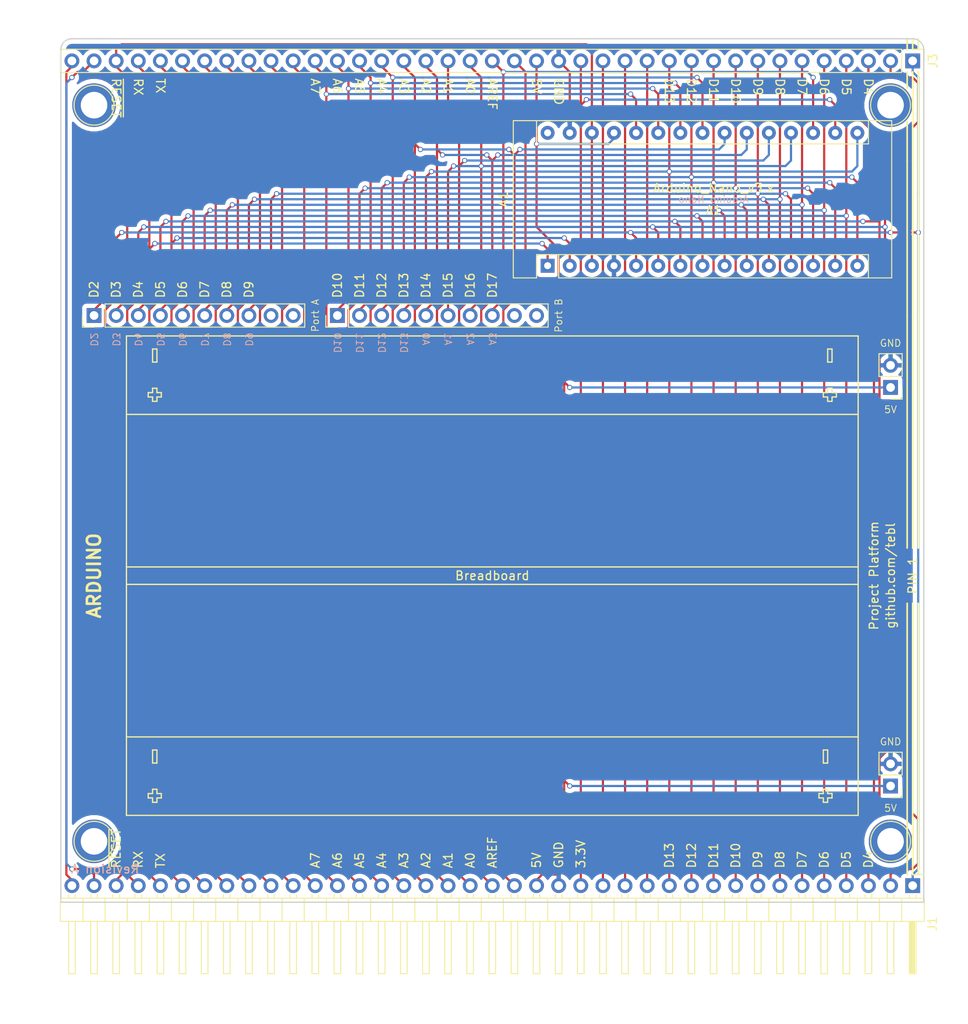
<source format=kicad_pcb>
(kicad_pcb (version 20171130) (host pcbnew "(5.1.5)-3")
  (layers (0 F.Cu signal) (31 B.Cu signal) (34 B.Paste user) (35 F.Paste user) (36 B.SilkS user) (37 F.SilkS user) (38 B.Mask user) (39 F.Mask user) (44 Edge.Cuts user))
  (net 0 "")
  (net 1 GND)
  (net 2 VCC)
  (net 3 /A7)
  (net 4 /A6)
  (net 5 /A5)
  (net 6 /A4)
  (net 7 /A3)
  (net 8 /A2)
  (net 9 /A1)
  (net 10 /A0)
  (net 11 /D2)
  (net 12 /D3)
  (net 13 /D4)
  (net 14 /D5)
  (net 15 /D6)
  (net 16 /D7)
  (net 17 /~RESET)
  (net 18 /PIN39)
  (net 19 /RX)
  (net 20 /TX)
  (net 21 /AREF)
  (net 22 /D8)
  (net 23 /D9)
  (net 24 /D10)
  (net 25 /D11)
  (net 26 /D12)
  (net 27 /D13)
  (net 28 /PIN13)
  (net 29 /PIN14)
  (net 30 /PIN15)
  (net 31 /PIN19)
  (net 32 /PIN29)
  (net 33 /PIN30)
  (net 34 /PIN31)
  (net 35 /PIN32)
  (net 36 /PIN33)
  (net 37 /PIN34)
  (net 38 /PIN38)
  (net 39 +3V3)
  (module Pin_Headers:Pin_Header_Angled_1x39_Pitch2.54mm (layer F.Cu) (at 198.12 145.415 270)
    (fp_text reference J1 (at 4.385 -2.27 270) (layer F.SilkS))
    (fp_text value Signals)
    (pad 1 thru_hole rect (at 0 0 270) (size 1.7 1.7) (drill 1) (layers *.Cu *.Mask) (net 11 /D2))
    (pad 2 thru_hole oval (at 0 2.54 270) (size 1.7 1.7) (drill 1) (layers *.Cu *.Mask) (net 12 /D3))
    (pad 3 thru_hole oval (at 0 5.08 270) (size 1.7 1.7) (drill 1) (layers *.Cu *.Mask) (net 13 /D4))
    (pad 4 thru_hole oval (at 0 7.62 270) (size 1.7 1.7) (drill 1) (layers *.Cu *.Mask) (net 14 /D5))
    (pad 5 thru_hole oval (at 0 10.16 270) (size 1.7 1.7) (drill 1) (layers *.Cu *.Mask) (net 15 /D6))
    (pad 6 thru_hole oval (at 0 12.7 270) (size 1.7 1.7) (drill 1) (layers *.Cu *.Mask) (net 16 /D7))
    (pad 7 thru_hole oval (at 0 15.24 270) (size 1.7 1.7) (drill 1) (layers *.Cu *.Mask) (net 22 /D8))
    (pad 8 thru_hole oval (at 0 17.78 270) (size 1.7 1.7) (drill 1) (layers *.Cu *.Mask) (net 23 /D9))
    (pad 9 thru_hole oval (at 0 20.32 270) (size 1.7 1.7) (drill 1) (layers *.Cu *.Mask) (net 24 /D10))
    (pad 10 thru_hole oval (at 0 22.86 270) (size 1.7 1.7) (drill 1) (layers *.Cu *.Mask) (net 25 /D11))
    (pad 11 thru_hole oval (at 0 25.4 270) (size 1.7 1.7) (drill 1) (layers *.Cu *.Mask) (net 26 /D12))
    (pad 12 thru_hole oval (at 0 27.94 270) (size 1.7 1.7) (drill 1) (layers *.Cu *.Mask) (net 27 /D13))
    (pad 13 thru_hole oval (at 0 30.48 270) (size 1.7 1.7) (drill 1) (layers *.Cu *.Mask) (net 28 /PIN13))
    (pad 14 thru_hole oval (at 0 33.02 270) (size 1.7 1.7) (drill 1) (layers *.Cu *.Mask) (net 29 /PIN14))
    (pad 15 thru_hole oval (at 0 35.56 270) (size 1.7 1.7) (drill 1) (layers *.Cu *.Mask) (net 30 /PIN15))
    (pad 16 thru_hole oval (at 0 38.1 270) (size 1.7 1.7) (drill 1) (layers *.Cu *.Mask) (net 39 +3V3))
    (pad 17 thru_hole oval (at 0 40.64 270) (size 1.7 1.7) (drill 1) (layers *.Cu *.Mask) (net 1 GND))
    (pad 18 thru_hole oval (at 0 43.18 270) (size 1.7 1.7) (drill 1) (layers *.Cu *.Mask) (net 2 VCC))
    (pad 19 thru_hole oval (at 0 45.72 270) (size 1.7 1.7) (drill 1) (layers *.Cu *.Mask) (net 31 /PIN19))
    (pad 20 thru_hole oval (at 0 48.26 270) (size 1.7 1.7) (drill 1) (layers *.Cu *.Mask) (net 21 /AREF))
    (pad 21 thru_hole oval (at 0 50.8 270) (size 1.7 1.7) (drill 1) (layers *.Cu *.Mask) (net 10 /A0))
    (pad 22 thru_hole oval (at 0 53.34 270) (size 1.7 1.7) (drill 1) (layers *.Cu *.Mask) (net 9 /A1))
    (pad 23 thru_hole oval (at 0 55.88 270) (size 1.7 1.7) (drill 1) (layers *.Cu *.Mask) (net 8 /A2))
    (pad 24 thru_hole oval (at 0 58.42 270) (size 1.7 1.7) (drill 1) (layers *.Cu *.Mask) (net 7 /A3))
    (pad 25 thru_hole oval (at 0 60.96 270) (size 1.7 1.7) (drill 1) (layers *.Cu *.Mask) (net 6 /A4))
    (pad 26 thru_hole oval (at 0 63.5 270) (size 1.7 1.7) (drill 1) (layers *.Cu *.Mask) (net 5 /A5))
    (pad 27 thru_hole oval (at 0 66.04 270) (size 1.7 1.7) (drill 1) (layers *.Cu *.Mask) (net 4 /A6))
    (pad 28 thru_hole oval (at 0 68.58 270) (size 1.7 1.7) (drill 1) (layers *.Cu *.Mask) (net 3 /A7))
    (pad 29 thru_hole oval (at 0 71.12 270) (size 1.7 1.7) (drill 1) (layers *.Cu *.Mask) (net 32 /PIN29))
    (pad 30 thru_hole oval (at 0 73.66 270) (size 1.7 1.7) (drill 1) (layers *.Cu *.Mask) (net 33 /PIN30))
    (pad 31 thru_hole oval (at 0 76.2 270) (size 1.7 1.7) (drill 1) (layers *.Cu *.Mask) (net 34 /PIN31))
    (pad 32 thru_hole oval (at 0 78.74 270) (size 1.7 1.7) (drill 1) (layers *.Cu *.Mask) (net 35 /PIN32))
    (pad 33 thru_hole oval (at 0 81.28 270) (size 1.7 1.7) (drill 1) (layers *.Cu *.Mask) (net 36 /PIN33))
    (pad 34 thru_hole oval (at 0 83.82 270) (size 1.7 1.7) (drill 1) (layers *.Cu *.Mask) (net 37 /PIN34))
    (pad 35 thru_hole oval (at 0 86.36 270) (size 1.7 1.7) (drill 1) (layers *.Cu *.Mask) (net 20 /TX))
    (pad 36 thru_hole oval (at 0 88.9 270) (size 1.7 1.7) (drill 1) (layers *.Cu *.Mask) (net 19 /RX))
    (pad 37 thru_hole oval (at 0 91.44 270) (size 1.7 1.7) (drill 1) (layers *.Cu *.Mask) (net 17 /~RESET))
    (pad 38 thru_hole oval (at 0 93.98 270) (size 1.7 1.7) (drill 1) (layers *.Cu *.Mask) (net 38 /PIN38))
    (pad 39 thru_hole oval (at 0 96.52 270) (size 1.7 1.7) (drill 1) (layers *.Cu *.Mask) (net 18 /PIN39))
  )
  (module mounting:1pin (layer F.Cu) (at 104.14 140.335 90)
    (fp_text reference M1 hide)
    (fp_text value Mounting hide)
    (pad 1 thru_hole circle (at 0 0 90) (size 5 5) (drill 3.048) (layers *.Cu *.Mask))
  )
  (module mounting:1pin (layer F.Cu) (at 195.58 140.335)
    (fp_text reference M2 hide)
    (fp_text value Mounting hide)
    (pad 1 thru_hole circle (at 0 0) (size 5 5) (drill 3.048) (layers *.Cu *.Mask))
  )
  (module mounting:1pin (layer F.Cu) (at 195.58 55.88)
    (fp_text reference M3 hide)
    (fp_text value Mounting hide)
    (pad 1 thru_hole circle (at 0 0) (size 5 5) (drill 3.048) (layers *.Cu *.Mask))
  )
  (module mounting:1pin (layer F.Cu) (at 104.14 55.88)
    (fp_text reference M4 hide)
    (fp_text value Mounting hide)
    (pad 1 thru_hole circle (at 0 0) (size 5 5) (drill 3.048) (layers *.Cu *.Mask))
  )
  (module Pin_Headers:Pin_Header_Straight_1x39_Pitch2.54mm (layer F.Cu) (at 198.12 50.8 270)
    (fp_text reference J3 (at 0 -2.33 270) (layer F.SilkS))
    (fp_text value SBC)
    (pad 1 thru_hole rect (at 0 0 270) (size 1.7 1.7) (drill 1) (layers *.Cu *.Mask) (net 11 /D2))
    (pad 2 thru_hole oval (at 0 2.54 270) (size 1.7 1.7) (drill 1) (layers *.Cu *.Mask) (net 12 /D3))
    (pad 3 thru_hole oval (at 0 5.08 270) (size 1.7 1.7) (drill 1) (layers *.Cu *.Mask) (net 13 /D4))
    (pad 4 thru_hole oval (at 0 7.62 270) (size 1.7 1.7) (drill 1) (layers *.Cu *.Mask) (net 14 /D5))
    (pad 5 thru_hole oval (at 0 10.16 270) (size 1.7 1.7) (drill 1) (layers *.Cu *.Mask) (net 15 /D6))
    (pad 6 thru_hole oval (at 0 12.7 270) (size 1.7 1.7) (drill 1) (layers *.Cu *.Mask) (net 16 /D7))
    (pad 7 thru_hole oval (at 0 15.24 270) (size 1.7 1.7) (drill 1) (layers *.Cu *.Mask) (net 22 /D8))
    (pad 8 thru_hole oval (at 0 17.78 270) (size 1.7 1.7) (drill 1) (layers *.Cu *.Mask) (net 23 /D9))
    (pad 9 thru_hole oval (at 0 20.32 270) (size 1.7 1.7) (drill 1) (layers *.Cu *.Mask) (net 24 /D10))
    (pad 10 thru_hole oval (at 0 22.86 270) (size 1.7 1.7) (drill 1) (layers *.Cu *.Mask) (net 25 /D11))
    (pad 11 thru_hole oval (at 0 25.4 270) (size 1.7 1.7) (drill 1) (layers *.Cu *.Mask) (net 26 /D12))
    (pad 12 thru_hole oval (at 0 27.94 270) (size 1.7 1.7) (drill 1) (layers *.Cu *.Mask) (net 27 /D13))
    (pad 13 thru_hole oval (at 0 30.48 270) (size 1.7 1.7) (drill 1) (layers *.Cu *.Mask) (net 28 /PIN13))
    (pad 14 thru_hole oval (at 0 33.02 270) (size 1.7 1.7) (drill 1) (layers *.Cu *.Mask) (net 29 /PIN14))
    (pad 15 thru_hole oval (at 0 35.56 270) (size 1.7 1.7) (drill 1) (layers *.Cu *.Mask) (net 30 /PIN15))
    (pad 16 thru_hole oval (at 0 38.1 270) (size 1.7 1.7) (drill 1) (layers *.Cu *.Mask) (net 39 +3V3))
    (pad 17 thru_hole oval (at 0 40.64 270) (size 1.7 1.7) (drill 1) (layers *.Cu *.Mask) (net 1 GND))
    (pad 18 thru_hole oval (at 0 43.18 270) (size 1.7 1.7) (drill 1) (layers *.Cu *.Mask) (net 2 VCC))
    (pad 19 thru_hole oval (at 0 45.72 270) (size 1.7 1.7) (drill 1) (layers *.Cu *.Mask) (net 31 /PIN19))
    (pad 20 thru_hole oval (at 0 48.26 270) (size 1.7 1.7) (drill 1) (layers *.Cu *.Mask) (net 21 /AREF))
    (pad 21 thru_hole oval (at 0 50.8 270) (size 1.7 1.7) (drill 1) (layers *.Cu *.Mask) (net 10 /A0))
    (pad 22 thru_hole oval (at 0 53.34 270) (size 1.7 1.7) (drill 1) (layers *.Cu *.Mask) (net 9 /A1))
    (pad 23 thru_hole oval (at 0 55.88 270) (size 1.7 1.7) (drill 1) (layers *.Cu *.Mask) (net 8 /A2))
    (pad 24 thru_hole oval (at 0 58.42 270) (size 1.7 1.7) (drill 1) (layers *.Cu *.Mask) (net 7 /A3))
    (pad 25 thru_hole oval (at 0 60.96 270) (size 1.7 1.7) (drill 1) (layers *.Cu *.Mask) (net 6 /A4))
    (pad 26 thru_hole oval (at 0 63.5 270) (size 1.7 1.7) (drill 1) (layers *.Cu *.Mask) (net 5 /A5))
    (pad 27 thru_hole oval (at 0 66.04 270) (size 1.7 1.7) (drill 1) (layers *.Cu *.Mask) (net 4 /A6))
    (pad 28 thru_hole oval (at 0 68.58 270) (size 1.7 1.7) (drill 1) (layers *.Cu *.Mask) (net 3 /A7))
    (pad 29 thru_hole oval (at 0 71.12 270) (size 1.7 1.7) (drill 1) (layers *.Cu *.Mask) (net 32 /PIN29))
    (pad 30 thru_hole oval (at 0 73.66 270) (size 1.7 1.7) (drill 1) (layers *.Cu *.Mask) (net 33 /PIN30))
    (pad 31 thru_hole oval (at 0 76.2 270) (size 1.7 1.7) (drill 1) (layers *.Cu *.Mask) (net 34 /PIN31))
    (pad 32 thru_hole oval (at 0 78.74 270) (size 1.7 1.7) (drill 1) (layers *.Cu *.Mask) (net 35 /PIN32))
    (pad 33 thru_hole oval (at 0 81.28 270) (size 1.7 1.7) (drill 1) (layers *.Cu *.Mask) (net 36 /PIN33))
    (pad 34 thru_hole oval (at 0 83.82 270) (size 1.7 1.7) (drill 1) (layers *.Cu *.Mask) (net 37 /PIN34))
    (pad 35 thru_hole oval (at 0 86.36 270) (size 1.7 1.7) (drill 1) (layers *.Cu *.Mask) (net 20 /TX))
    (pad 36 thru_hole oval (at 0 88.9 270) (size 1.7 1.7) (drill 1) (layers *.Cu *.Mask) (net 19 /RX))
    (pad 37 thru_hole oval (at 0 91.44 270) (size 1.7 1.7) (drill 1) (layers *.Cu *.Mask) (net 17 /~RESET))
    (pad 38 thru_hole oval (at 0 93.98 270) (size 1.7 1.7) (drill 1) (layers *.Cu *.Mask) (net 38 /PIN38))
    (pad 39 thru_hole oval (at 0 96.52 270) (size 1.7 1.7) (drill 1) (layers *.Cu *.Mask) (net 18 /PIN39))
  )
  (module "breadboard:RND 255-00005" (layer F.Cu) (at 149.86 109.855)
    (fp_text reference BB1)
    (fp_text value Breadboard (at 0 0) (layer F.SilkS))
  )
  (module Pin_Headers:Pin_Header_Straight_1x10_Pitch2.54mm (layer F.Cu) (at 104.14 80.01 90)
    (fp_text reference J5)
    (fp_text value "Port A" (at 0 25.4 90) (layer F.SilkS) (effects (font (size 0.8 0.8) (thickness 0.1))))
    (pad 1 thru_hole rect (at 0 0 90) (size 1.7 1.7) (drill 1) (layers *.Cu *.Mask) (net 11 /D2))
    (pad 2 thru_hole oval (at 0 2.54 90) (size 1.7 1.7) (drill 1) (layers *.Cu *.Mask) (net 12 /D3))
    (pad 3 thru_hole oval (at 0 5.08 90) (size 1.7 1.7) (drill 1) (layers *.Cu *.Mask) (net 13 /D4))
    (pad 4 thru_hole oval (at 0 7.62 90) (size 1.7 1.7) (drill 1) (layers *.Cu *.Mask) (net 14 /D5))
    (pad 5 thru_hole oval (at 0 10.16 90) (size 1.7 1.7) (drill 1) (layers *.Cu *.Mask) (net 15 /D6))
    (pad 6 thru_hole oval (at 0 12.7 90) (size 1.7 1.7) (drill 1) (layers *.Cu *.Mask) (net 16 /D7))
    (pad 7 thru_hole oval (at 0 15.24 90) (size 1.7 1.7) (drill 1) (layers *.Cu *.Mask) (net 22 /D8))
    (pad 8 thru_hole oval (at 0 17.78 90) (size 1.7 1.7) (drill 1) (layers *.Cu *.Mask) (net 23 /D9))
    (pad 9 thru_hole oval (at 0 20.32 90) (size 1.7 1.7) (drill 1) (layers *.Cu *.Mask))
    (pad 10 thru_hole oval (at 0 22.86 90) (size 1.7 1.7) (drill 1) (layers *.Cu *.Mask))
  )
  (module Pin_Headers:Pin_Header_Straight_1x10_Pitch2.54mm (layer F.Cu) (at 132.08 80.01 90)
    (fp_text reference J6)
    (fp_text value "Port B" (at 0 25.4 90) (layer F.SilkS) (effects (font (size 0.8 0.8) (thickness 0.1))))
    (pad 1 thru_hole rect (at 0 0 90) (size 1.7 1.7) (drill 1) (layers *.Cu *.Mask) (net 24 /D10))
    (pad 2 thru_hole oval (at 0 2.54 90) (size 1.7 1.7) (drill 1) (layers *.Cu *.Mask) (net 25 /D11))
    (pad 3 thru_hole oval (at 0 5.08 90) (size 1.7 1.7) (drill 1) (layers *.Cu *.Mask) (net 26 /D12))
    (pad 4 thru_hole oval (at 0 7.62 90) (size 1.7 1.7) (drill 1) (layers *.Cu *.Mask) (net 27 /D13))
    (pad 5 thru_hole oval (at 0 10.16 90) (size 1.7 1.7) (drill 1) (layers *.Cu *.Mask) (net 10 /A0))
    (pad 6 thru_hole oval (at 0 12.7 90) (size 1.7 1.7) (drill 1) (layers *.Cu *.Mask) (net 9 /A1))
    (pad 7 thru_hole oval (at 0 15.24 90) (size 1.7 1.7) (drill 1) (layers *.Cu *.Mask) (net 8 /A2))
    (pad 8 thru_hole oval (at 0 17.78 90) (size 1.7 1.7) (drill 1) (layers *.Cu *.Mask) (net 7 /A3))
    (pad 9 thru_hole oval (at 0 20.32 90) (size 1.7 1.7) (drill 1) (layers *.Cu *.Mask))
    (pad 10 thru_hole oval (at 0 22.86 90) (size 1.7 1.7) (drill 1) (layers *.Cu *.Mask))
  )
  (module Pin_Headers:Pin_Header_Straight_1x02_Pitch2.54mm (layer F.Cu) (at 195.58 133.985 180)
    (fp_text reference J7)
    (fp_text value PWR1)
    (pad 1 thru_hole rect (at 0 0 180) (size 1.7 1.7) (drill 1) (layers *.Cu *.Mask) (net 2 VCC))
    (pad 2 thru_hole oval (at 0 2.54 180) (size 1.7 1.7) (drill 1) (layers *.Cu *.Mask) (net 1 GND))
  )
  (module Pin_Headers:Pin_Header_Straight_1x02_Pitch2.54mm (layer F.Cu) (at 195.58 88.265 180)
    (fp_text reference J8)
    (fp_text value PWR2)
    (pad 1 thru_hole rect (at 0 0 180) (size 1.7 1.7) (drill 1) (layers *.Cu *.Mask) (net 2 VCC))
    (pad 2 thru_hole oval (at 0 2.54 180) (size 1.7 1.7) (drill 1) (layers *.Cu *.Mask) (net 1 GND))
  )
  (module Modules:Arduino_Nano (layer F.Cu) (at 156.21 74.295 90)
    (fp_text reference A1 (at 7.62 -5.08 90) (layer F.SilkS))
    (fp_text value Arduino_Nano_v3.x (at 8.89 19.05 180) (layer F.SilkS))
    (fp_text user %R (at 6.35 19.05 180) (layer F.SilkS))
    (pad 1 thru_hole rect (at 0 0 90) (size 1.6 1.6) (drill 0.8) (layers *.Cu *.Mask) (net 19 /RX))
    (pad 17 thru_hole oval (at 15.24 33.02 90) (size 1.6 1.6) (drill 0.8) (layers *.Cu *.Mask) (net 39 +3V3))
    (pad 2 thru_hole oval (at 0 2.54 90) (size 1.6 1.6) (drill 0.8) (layers *.Cu *.Mask) (net 20 /TX))
    (pad 18 thru_hole oval (at 15.24 30.48 90) (size 1.6 1.6) (drill 0.8) (layers *.Cu *.Mask) (net 21 /AREF))
    (pad 3 thru_hole oval (at 0 5.08 90) (size 1.6 1.6) (drill 0.8) (layers *.Cu *.Mask) (net 17 /~RESET))
    (pad 19 thru_hole oval (at 15.24 27.94 90) (size 1.6 1.6) (drill 0.8) (layers *.Cu *.Mask) (net 10 /A0))
    (pad 4 thru_hole oval (at 0 7.62 90) (size 1.6 1.6) (drill 0.8) (layers *.Cu *.Mask) (net 1 GND))
    (pad 20 thru_hole oval (at 15.24 25.4 90) (size 1.6 1.6) (drill 0.8) (layers *.Cu *.Mask) (net 9 /A1))
    (pad 5 thru_hole oval (at 0 10.16 90) (size 1.6 1.6) (drill 0.8) (layers *.Cu *.Mask) (net 11 /D2))
    (pad 21 thru_hole oval (at 15.24 22.86 90) (size 1.6 1.6) (drill 0.8) (layers *.Cu *.Mask) (net 8 /A2))
    (pad 6 thru_hole oval (at 0 12.7 90) (size 1.6 1.6) (drill 0.8) (layers *.Cu *.Mask) (net 12 /D3))
    (pad 22 thru_hole oval (at 15.24 20.32 90) (size 1.6 1.6) (drill 0.8) (layers *.Cu *.Mask) (net 7 /A3))
    (pad 7 thru_hole oval (at 0 15.24 90) (size 1.6 1.6) (drill 0.8) (layers *.Cu *.Mask) (net 13 /D4))
    (pad 23 thru_hole oval (at 15.24 17.78 90) (size 1.6 1.6) (drill 0.8) (layers *.Cu *.Mask) (net 6 /A4))
    (pad 8 thru_hole oval (at 0 17.78 90) (size 1.6 1.6) (drill 0.8) (layers *.Cu *.Mask) (net 14 /D5))
    (pad 24 thru_hole oval (at 15.24 15.24 90) (size 1.6 1.6) (drill 0.8) (layers *.Cu *.Mask) (net 5 /A5))
    (pad 9 thru_hole oval (at 0 20.32 90) (size 1.6 1.6) (drill 0.8) (layers *.Cu *.Mask) (net 15 /D6))
    (pad 25 thru_hole oval (at 15.24 12.7 90) (size 1.6 1.6) (drill 0.8) (layers *.Cu *.Mask) (net 4 /A6))
    (pad 10 thru_hole oval (at 0 22.86 90) (size 1.6 1.6) (drill 0.8) (layers *.Cu *.Mask) (net 16 /D7))
    (pad 26 thru_hole oval (at 15.24 10.16 90) (size 1.6 1.6) (drill 0.8) (layers *.Cu *.Mask) (net 3 /A7))
    (pad 11 thru_hole oval (at 0 25.4 90) (size 1.6 1.6) (drill 0.8) (layers *.Cu *.Mask) (net 22 /D8))
    (pad 27 thru_hole oval (at 15.24 7.62 90) (size 1.6 1.6) (drill 0.8) (layers *.Cu *.Mask) (net 2 VCC))
    (pad 12 thru_hole oval (at 0 27.94 90) (size 1.6 1.6) (drill 0.8) (layers *.Cu *.Mask) (net 23 /D9))
    (pad 28 thru_hole oval (at 15.24 5.08 90) (size 1.6 1.6) (drill 0.8) (layers *.Cu *.Mask) (net 17 /~RESET))
    (pad 13 thru_hole oval (at 0 30.48 90) (size 1.6 1.6) (drill 0.8) (layers *.Cu *.Mask) (net 24 /D10))
    (pad 29 thru_hole oval (at 15.24 2.54 90) (size 1.6 1.6) (drill 0.8) (layers *.Cu *.Mask) (net 1 GND))
    (pad 14 thru_hole oval (at 0 33.02 90) (size 1.6 1.6) (drill 0.8) (layers *.Cu *.Mask) (net 25 /D11))
    (pad 30 thru_hole oval (at 15.24 0 90) (size 1.6 1.6) (drill 0.8) (layers *.Cu *.Mask))
    (pad 15 thru_hole oval (at 0 35.56 90) (size 1.6 1.6) (drill 0.8) (layers *.Cu *.Mask) (net 26 /D12))
    (pad 16 thru_hole oval (at 15.24 35.56 90) (size 1.6 1.6) (drill 0.8) (layers *.Cu *.Mask) (net 27 /D13))
  )
  (gr_text D17 (at 149.86 78.105 90) (layer F.SilkS) (effects (font (size 1 1)) (justify left)))
  (gr_text D16 (at 147.32 78.105 90) (layer F.SilkS) (effects (font (size 1 1)) (justify left)))
  (gr_text D15 (at 144.78 78.105 90) (layer F.SilkS) (effects (font (size 1 1)) (justify left)))
  (gr_text D14 (at 142.24 78.105 90) (layer F.SilkS) (effects (font (size 1 1)) (justify left)))
  (gr_text D13 (at 139.7 78.105 90) (layer F.SilkS) (effects (font (size 1 1)) (justify left)))
  (gr_text D12 (at 137.16 78.105 90) (layer F.SilkS) (effects (font (size 1 1)) (justify left)))
  (gr_text D11 (at 134.62 78.105 90) (layer F.SilkS) (effects (font (size 1 1)) (justify left)))
  (gr_text D10 (at 132.08 78.105 90) (layer F.SilkS) (effects (font (size 1 1)) (justify left)))
  (gr_text D9 (at 121.92 78.105 90) (layer F.SilkS) (effects (font (size 1 1)) (justify left)))
  (gr_text D8 (at 119.38 78.105 90) (layer F.SilkS) (effects (font (size 1 1)) (justify left)))
  (gr_text D7 (at 116.84 78.105 90) (layer F.SilkS) (effects (font (size 1 1)) (justify left)))
  (gr_text D6 (at 114.3 78.105 90) (layer F.SilkS) (effects (font (size 1 1)) (justify left)))
  (gr_text D5 (at 111.76 78.105 90) (layer F.SilkS) (effects (font (size 1 1)) (justify left)))
  (gr_text D4 (at 109.22 78.105 90) (layer F.SilkS) (effects (font (size 1 1)) (justify left)))
  (gr_text D3 (at 106.68 78.105 90) (layer F.SilkS) (effects (font (size 1 1)) (justify left)))
  (gr_text D2 (at 104.14 78.105 90) (layer F.SilkS) (effects (font (size 1 1)) (justify left)))
  (gr_text 3.3V (at 160.02 143.51 90) (layer F.SilkS) (effects (font (size 1 1)) (justify left)))
  (gr_text D4 (at 193.04 143.51 90) (layer F.SilkS) (effects (font (size 1 1)) (justify left)))
  (gr_text D5 (at 190.5 143.51 90) (layer F.SilkS) (effects (font (size 1 1)) (justify left)))
  (gr_text D6 (at 187.96 143.51 90) (layer F.SilkS) (effects (font (size 1 1)) (justify left)))
  (gr_text D7 (at 185.42 143.51 90) (layer F.SilkS) (effects (font (size 1 1)) (justify left)))
  (gr_text D8 (at 182.88 143.51 90) (layer F.SilkS) (effects (font (size 1 1)) (justify left)))
  (gr_text D9 (at 180.34 143.51 90) (layer F.SilkS) (effects (font (size 1 1)) (justify left)))
  (gr_text D10 (at 177.8 143.51 90) (layer F.SilkS) (effects (font (size 1 1)) (justify left)))
  (gr_text D11 (at 175.26 143.51 90) (layer F.SilkS) (effects (font (size 1 1)) (justify left)))
  (gr_text D12 (at 172.72 143.51 90) (layer F.SilkS) (effects (font (size 1 1)) (justify left)))
  (gr_text D13 (at 170.18 143.51 90) (layer F.SilkS) (effects (font (size 1 1)) (justify left)))
  (gr_text 5V (at 154.94 143.51 90) (layer F.SilkS) (effects (font (size 1 1)) (justify left)))
  (gr_text AREF (at 149.86 143.51 90) (layer F.SilkS) (effects (font (size 1 1)) (justify left)))
  (gr_text A0 (at 147.32 143.51 90) (layer F.SilkS) (effects (font (size 1 1)) (justify left)))
  (gr_text A1 (at 144.78 143.51 90) (layer F.SilkS) (effects (font (size 1 1)) (justify left)))
  (gr_text A2 (at 142.24 143.51 90) (layer F.SilkS) (effects (font (size 1 1)) (justify left)))
  (gr_text A3 (at 139.7 143.51 90) (layer F.SilkS) (effects (font (size 1 1)) (justify left)))
  (gr_text A4 (at 137.16 143.51 90) (layer F.SilkS) (effects (font (size 1 1)) (justify left)))
  (gr_text A5 (at 134.62 143.51 90) (layer F.SilkS) (effects (font (size 1 1)) (justify left)))
  (gr_text A6 (at 132.08 143.51 90) (layer F.SilkS) (effects (font (size 1 1)) (justify left)))
  (gr_text A7 (at 129.54 143.51 90) (layer F.SilkS) (effects (font (size 1 1)) (justify left)))
  (gr_text TX (at 111.76 143.51 90) (layer F.SilkS) (effects (font (size 1 1)) (justify left)))
  (gr_text RX (at 109.22 143.51 90) (layer F.SilkS) (effects (font (size 1 1)) (justify left)))
  (gr_text ~RESET (at 106.68 143.51 90) (layer F.SilkS) (effects (font (size 1 1)) (justify left)))
  (gr_text D4 (at 193.04 52.705 270) (layer F.SilkS) (effects (font (size 1 1)) (justify left)))
  (gr_text D5 (at 190.5 52.705 270) (layer F.SilkS) (effects (font (size 1 1)) (justify left)))
  (gr_text D6 (at 187.96 52.705 270) (layer F.SilkS) (effects (font (size 1 1)) (justify left)))
  (gr_text D7 (at 185.42 52.705 270) (layer F.SilkS) (effects (font (size 1 1)) (justify left)))
  (gr_text AREF (at 149.86 52.705 270) (layer F.SilkS) (effects (font (size 1 1)) (justify left)))
  (gr_text A0 (at 147.32 52.705 270) (layer F.SilkS) (effects (font (size 1 1)) (justify left)))
  (gr_text A1 (at 144.78 52.705 270) (layer F.SilkS) (effects (font (size 1 1)) (justify left)))
  (gr_text A2 (at 142.24 52.705 270) (layer F.SilkS) (effects (font (size 1 1)) (justify left)))
  (gr_text TX (at 111.76 52.705 270) (layer F.SilkS) (effects (font (size 1 1)) (justify left)))
  (gr_text RX (at 109.22 52.705 270) (layer F.SilkS) (effects (font (size 1 1)) (justify left)))
  (gr_text D9 (at 121.92 81.915 270) (layer B.SilkS) (effects (font (size 0.8 0.8) (thickness 0.1)) (justify right mirror)))
  (gr_text D8 (at 119.38 81.915 270) (layer B.SilkS) (effects (font (size 0.8 0.8) (thickness 0.1)) (justify right mirror)))
  (gr_text D7 (at 116.84 81.915 270) (layer B.SilkS) (effects (font (size 0.8 0.8) (thickness 0.1)) (justify right mirror)))
  (gr_text D6 (at 114.3 81.915 270) (layer B.SilkS) (effects (font (size 0.8 0.8) (thickness 0.1)) (justify right mirror)))
  (gr_text D5 (at 111.76 81.915 270) (layer B.SilkS) (effects (font (size 0.8 0.8) (thickness 0.1)) (justify right mirror)))
  (gr_text D4 (at 109.22 81.915 270) (layer B.SilkS) (effects (font (size 0.8 0.8) (thickness 0.1)) (justify right mirror)))
  (gr_text D3 (at 106.68 81.915 270) (layer B.SilkS) (effects (font (size 0.8 0.8) (thickness 0.1)) (justify right mirror)))
  (gr_line (start 197.485 62.23) (end 197.485 80.01) (angle 90) (layer F.SilkS) (width 0.2))
  (gr_line (start 198.12 80.01) (end 198.12 62.23) (angle 90) (layer F.SilkS) (width 0.2))
  (gr_text D2 (at 104.14 81.915 270) (layer B.SilkS) (effects (font (size 0.8 0.8) (thickness 0.1)) (justify right mirror)))
  (gr_text A3 (at 149.86 81.915 270) (layer B.SilkS) (effects (font (size 0.8 0.8) (thickness 0.1)) (justify right mirror)))
  (gr_text A2 (at 147.32 81.915 270) (layer B.SilkS) (effects (font (size 0.8 0.8) (thickness 0.1)) (justify right mirror)))
  (gr_text A1 (at 144.78 81.915 270) (layer B.SilkS) (effects (font (size 0.8 0.8) (thickness 0.1)) (justify right mirror)))
  (gr_text A0 (at 142.24 81.915 270) (layer B.SilkS) (effects (font (size 0.8 0.8) (thickness 0.1)) (justify right mirror)))
  (gr_text D13 (at 139.7 81.915 270) (layer B.SilkS) (effects (font (size 0.8 0.8) (thickness 0.1)) (justify right mirror)))
  (gr_text D12 (at 137.16 81.915 270) (layer B.SilkS) (effects (font (size 0.8 0.8) (thickness 0.1)) (justify right mirror)))
  (gr_text D11 (at 134.62 81.915 270) (layer B.SilkS) (effects (font (size 0.8 0.8) (thickness 0.1)) (justify right mirror)))
  (gr_text D10 (at 132.08 81.915 270) (layer B.SilkS) (effects (font (size 0.8 0.8) (thickness 0.1)) (justify right mirror)))
  (gr_text "Arduino Nano" (at 175.26 66.675) (layer B.SilkS) (effects (font (size 0.8 0.8) (thickness 0.1)) (justify mirror)))
  (gr_line (start 198.12 62.23) (end 198.12 52.07) (angle 90) (layer F.SilkS) (width 0.2))
  (gr_line (start 197.485 57.785) (end 197.485 62.23) (angle 90) (layer F.SilkS) (width 0.2))
  (gr_text GND (at 195.58 128.905) (layer F.SilkS) (effects (font (size 0.8 0.8) (thickness 0.1))))
  (gr_text 5V (at 195.58 136.525) (layer F.SilkS) (effects (font (size 0.8 0.8) (thickness 0.1))))
  (gr_text GND (at 195.58 83.185) (layer F.SilkS) (effects (font (size 0.8 0.8) (thickness 0.1))))
  (gr_text 5V (at 195.58 90.805) (layer F.SilkS) (effects (font (size 0.8 0.8) (thickness 0.1))))
  (gr_line (start 197.485 52.07) (end 197.485 53.975) (angle 90) (layer F.SilkS) (width 0.2))
  (gr_line (start 198.755 80.01) (end 198.755 52.07) (angle 90) (layer F.SilkS) (width 0.2))
  (gr_line (start 198.755 106.68) (end 198.755 80.01) (angle 90) (layer F.SilkS) (width 0.2))
  (gr_line (start 198.12 80.01) (end 198.12 106.68) (angle 90) (layer F.SilkS) (width 0.2))
  (gr_line (start 197.485 106.68) (end 197.485 80.01) (angle 90) (layer F.SilkS) (width 0.2))
  (gr_line (start 100.33 104.775) (end 100.33 92.075) (angle 90) (layer Edge.Cuts) (width 0.15))
  (gr_line (start 100.33 133.35) (end 100.33 124.46) (angle 90) (layer Edge.Cuts) (width 0.15))
  (gr_text D8 (at 182.88 52.705 270) (layer F.SilkS) (effects (font (size 1 1)) (justify left)))
  (gr_text D9 (at 180.34 52.705 270) (layer F.SilkS) (effects (font (size 1 1)) (justify left)))
  (gr_text D10 (at 177.8 52.705 270) (layer F.SilkS) (effects (font (size 1 1)) (justify left)))
  (gr_text D11 (at 175.26 52.705 270) (layer F.SilkS) (effects (font (size 1 1)) (justify left)))
  (gr_text D12 (at 172.72 52.705 270) (layer F.SilkS) (effects (font (size 1 1)) (justify left)))
  (gr_text D13 (at 170.18 52.705 270) (layer F.SilkS) (effects (font (size 1 1)) (justify left)))
  (gr_text GND (at 157.48 52.705 270) (layer F.SilkS) (effects (font (size 1 1)) (justify left)))
  (gr_text 5V (at 154.94 52.705 270) (layer F.SilkS) (effects (font (size 1 1)) (justify left)))
  (gr_text ~RESET (at 106.68 52.705 270) (layer F.SilkS) (effects (font (size 1 1)) (justify left)))
  (gr_text A3 (at 139.7 52.705 270) (layer F.SilkS) (effects (font (size 1 1)) (justify left)))
  (gr_text A4 (at 137.16 52.705 270) (layer F.SilkS) (effects (font (size 1 1)) (justify left)))
  (gr_text A5 (at 134.62 52.705 270) (layer F.SilkS) (effects (font (size 1 1)) (justify left)))
  (gr_text A6 (at 132.08 52.705 270) (layer F.SilkS) (effects (font (size 1 1)) (justify left)))
  (gr_text A7 (at 129.54 52.705 270) (layer F.SilkS) (effects (font (size 1 1)) (justify left)))
  (gr_text GND (at 157.48 143.51 90) (layer F.SilkS) (effects (font (size 1 1)) (justify left)))
  (gr_text "Revision A" (at 105.41 143.51) (layer B.SilkS) (effects (font (size 1 1)) (justify mirror)))
  (gr_text github.com/tebl (at 195.58 109.855 90) (layer F.SilkS) (effects (font (size 1 1))))
  (gr_text "Project Platform" (at 193.675 109.855 90) (layer F.SilkS) (effects (font (size 1 1))))
  (gr_text ARDUINO (at 104.14 109.855 90) (layer F.SilkS) (effects (font (size 1.5 1.5) (thickness 0.3))))
  (gr_line (start 198.755 113.03) (end 198.755 144.145) (angle 90) (layer F.SilkS) (width 0.2))
  (gr_line (start 198.12 144.145) (end 198.12 113.03) (angle 90) (layer F.SilkS) (width 0.2))
  (gr_line (start 197.485 113.03) (end 197.485 144.145) (angle 90) (layer F.SilkS) (width 0.2))
  (gr_line (start 198.755 48.26) (end 198.755 49.53) (angle 90) (layer F.SilkS) (width 0.2))
  (gr_line (start 198.12 48.26) (end 198.12 49.53) (angle 90) (layer F.SilkS) (width 0.2))
  (gr_line (start 197.485 49.53) (end 197.485 48.26) (angle 90) (layer F.SilkS) (width 0.2))
  (gr_text "PIN 1" (at 198.12 109.855 90) (layer F.SilkS) (effects (font (size 1 1))))
  (gr_line (start 199.39 52.705) (end 199.39 49.53) (angle 90) (layer Edge.Cuts) (width 0.15))
  (gr_line (start 194.945 48.26) (end 198.12 48.26) (angle 90) (layer Edge.Cuts) (width 0.15))
  (gr_line (start 101.6 48.26) (end 104.775 48.26) (angle 90) (layer Edge.Cuts) (width 0.15))
  (gr_line (start 100.33 49.53) (end 100.33 52.705) (angle 90) (layer Edge.Cuts) (width 0.15))
  (gr_arc (start 101.6 49.53) (end 100.33 49.53) (angle 90) (layer Edge.Cuts) (width 0.15))
  (gr_arc (start 198.12 49.53) (end 198.12 48.26) (angle 90) (layer Edge.Cuts) (width 0.15))
  (gr_line (start 100.33 124.46) (end 100.33 123.825) (angle 90) (layer Edge.Cuts) (width 0.15))
  (gr_line (start 100.33 133.985) (end 100.33 133.35) (angle 90) (layer Edge.Cuts) (width 0.15))
  (gr_line (start 100.33 133.985) (end 100.33 147.32) (angle 90) (layer Edge.Cuts) (width 0.15))
  (gr_line (start 100.33 104.775) (end 100.33 123.825) (angle 90) (layer Edge.Cuts) (width 0.15))
  (gr_line (start 100.33 52.705) (end 100.33 92.075) (angle 90) (layer Edge.Cuts) (width 0.15))
  (gr_line (start 104.775 48.26) (end 194.945 48.26) (angle 90) (layer Edge.Cuts) (width 0.15))
  (gr_line (start 199.39 52.705) (end 199.39 147.32) (angle 90) (layer Edge.Cuts) (width 0.15))
  (gr_line (start 199.39 147.32) (end 100.33 147.32) (angle 90) (layer Edge.Cuts) (width 0.15))
  (segment (start 158.75 59.055) (end 158.75 52.07) (width 0.25) (layer F.Cu) (net 1))
  (segment (start 158.75 52.07) (end 157.48 50.8) (width 0.25) (layer F.Cu) (net 1))
  (segment (start 163.83 59.055) (end 163.83 59.69) (width 0.25) (layer B.Cu) (net 2))
  (segment (start 163.83 59.69) (end 163.195 60.325) (width 0.25) (layer B.Cu) (net 2))
  (segment (start 163.195 60.325) (end 154.94 60.325) (width 0.25) (layer B.Cu) (net 2))
  (via (at 154.94 60.325) (size 0.6) (drill 0.4) (layers F.Cu B.Cu) (net 2))
  (segment (start 154.94 50.8) (end 154.94 60.325) (width 0.25) (layer F.Cu) (net 2))
  (segment (start 154.94 60.325) (end 154.94 69.85) (width 0.25) (layer F.Cu) (net 2))
  (segment (start 154.94 69.85) (end 157.48 72.39) (width 0.25) (layer F.Cu) (net 2))
  (segment (start 158.115 87.63) (end 158.115 77.47) (width 0.25) (layer F.Cu) (net 2))
  (segment (start 158.115 77.47) (end 157.48 76.835) (width 0.25) (layer F.Cu) (net 2))
  (segment (start 157.48 76.835) (end 157.48 72.39) (width 0.25) (layer F.Cu) (net 2))
  (segment (start 154.94 145.415) (end 154.94 144.78) (width 0.25) (layer F.Cu) (net 2))
  (segment (start 154.94 144.78) (end 155.575 144.145) (width 0.25) (layer F.Cu) (net 2))
  (segment (start 158.115 143.51) (end 158.115 142.875) (width 0.25) (layer F.Cu) (net 2))
  (segment (start 157.48 144.145) (end 158.115 143.51) (width 0.25) (layer F.Cu) (net 2))
  (segment (start 155.575 144.145) (end 157.48 144.145) (width 0.25) (layer F.Cu) (net 2))
  (segment (start 158.115 133.35) (end 158.115 142.875) (width 0.25) (layer F.Cu) (net 2))
  (segment (start 158.115 87.63) (end 158.115 133.35) (width 0.25) (layer F.Cu) (net 2))
  (via (at 158.75 133.985) (size 0.6) (drill 0.4) (layers F.Cu B.Cu) (net 2))
  (segment (start 158.115 133.35) (end 158.75 133.985) (width 0.25) (layer F.Cu) (net 2))
  (via (at 158.75 88.265) (size 0.6) (drill 0.4) (layers F.Cu B.Cu) (net 2))
  (segment (start 158.115 87.63) (end 158.75 88.265) (width 0.25) (layer F.Cu) (net 2))
  (segment (start 195.58 88.265) (end 158.75 88.265) (width 0.25) (layer B.Cu) (net 2))
  (segment (start 158.75 133.985) (end 195.58 133.985) (width 0.25) (layer B.Cu) (net 2))
  (segment (start 130.81 54.61) (end 159.385 54.61) (width 0.25) (layer B.Cu) (net 3))
  (segment (start 166.37 55.245) (end 165.735 54.61) (width 0.25) (layer F.Cu) (net 3))
  (via (at 165.735 54.61) (size 0.6) (drill 0.4) (layers F.Cu B.Cu) (net 3))
  (segment (start 165.735 54.61) (end 159.385 54.61) (width 0.25) (layer B.Cu) (net 3))
  (segment (start 166.37 55.245) (end 166.37 59.055) (width 0.25) (layer F.Cu) (net 3))
  (via (at 130.81 54.61) (size 0.6) (drill 0.4) (layers F.Cu B.Cu) (net 3))
  (segment (start 128.27 79.375) (end 128.27 144.145) (width 0.25) (layer F.Cu) (net 3))
  (segment (start 128.27 144.145) (end 129.54 145.415) (width 0.25) (layer F.Cu) (net 3))
  (segment (start 130.81 64.77) (end 130.81 76.835) (width 0.25) (layer F.Cu) (net 3))
  (segment (start 130.81 76.835) (end 128.27 79.375) (width 0.25) (layer F.Cu) (net 3))
  (segment (start 129.54 51.435) (end 130.81 52.705) (width 0.25) (layer F.Cu) (net 3))
  (segment (start 130.81 62.865) (end 130.81 64.135) (width 0.25) (layer F.Cu) (net 3))
  (segment (start 130.81 52.705) (end 130.81 54.61) (width 0.25) (layer F.Cu) (net 3))
  (segment (start 130.81 54.61) (end 130.81 62.865) (width 0.25) (layer F.Cu) (net 3))
  (segment (start 130.81 64.135) (end 130.81 64.77) (width 0.25) (layer F.Cu) (net 3))
  (segment (start 129.54 50.8) (end 129.54 51.435) (width 0.25) (layer F.Cu) (net 3))
  (segment (start 133.35 53.975) (end 159.385 53.975) (width 0.25) (layer B.Cu) (net 4))
  (segment (start 168.91 54.61) (end 168.275 53.975) (width 0.25) (layer F.Cu) (net 4))
  (via (at 168.275 53.975) (size 0.6) (drill 0.4) (layers F.Cu B.Cu) (net 4))
  (segment (start 168.275 53.975) (end 159.385 53.975) (width 0.25) (layer B.Cu) (net 4))
  (segment (start 168.91 54.61) (end 168.91 59.055) (width 0.25) (layer F.Cu) (net 4))
  (via (at 133.35 53.975) (size 0.6) (drill 0.4) (layers F.Cu B.Cu) (net 4))
  (segment (start 132.08 77.47) (end 132.715 77.47) (width 0.25) (layer F.Cu) (net 4))
  (segment (start 132.715 77.47) (end 133.35 76.835) (width 0.25) (layer F.Cu) (net 4))
  (segment (start 130.81 83.185) (end 130.81 78.74) (width 0.25) (layer F.Cu) (net 4))
  (segment (start 130.81 144.145) (end 132.08 145.415) (width 0.25) (layer F.Cu) (net 4))
  (segment (start 130.81 83.185) (end 130.81 144.145) (width 0.25) (layer F.Cu) (net 4))
  (segment (start 130.81 78.74) (end 132.08 77.47) (width 0.25) (layer F.Cu) (net 4))
  (segment (start 133.35 64.77) (end 133.35 76.835) (width 0.25) (layer F.Cu) (net 4))
  (segment (start 133.35 62.865) (end 133.35 63.5) (width 0.25) (layer F.Cu) (net 4))
  (segment (start 133.35 63.5) (end 133.35 64.77) (width 0.25) (layer F.Cu) (net 4))
  (segment (start 133.35 52.705) (end 133.35 53.975) (width 0.25) (layer F.Cu) (net 4))
  (segment (start 133.35 53.975) (end 133.35 62.865) (width 0.25) (layer F.Cu) (net 4))
  (segment (start 132.08 51.435) (end 133.35 52.705) (width 0.25) (layer F.Cu) (net 4))
  (segment (start 132.08 50.8) (end 132.08 51.435) (width 0.25) (layer F.Cu) (net 4))
  (segment (start 135.89 53.34) (end 159.385 53.34) (width 0.25) (layer B.Cu) (net 5))
  (segment (start 171.45 53.975) (end 170.815 53.34) (width 0.25) (layer F.Cu) (net 5))
  (via (at 170.815 53.34) (size 0.6) (drill 0.4) (layers F.Cu B.Cu) (net 5))
  (segment (start 170.815 53.34) (end 159.385 53.34) (width 0.25) (layer B.Cu) (net 5))
  (segment (start 171.45 53.975) (end 171.45 59.055) (width 0.25) (layer F.Cu) (net 5))
  (via (at 135.89 53.34) (size 0.6) (drill 0.4) (layers F.Cu B.Cu) (net 5))
  (segment (start 134.62 145.415) (end 133.35 144.145) (width 0.25) (layer F.Cu) (net 5))
  (segment (start 135.89 76.2) (end 135.89 76.835) (width 0.25) (layer F.Cu) (net 5))
  (segment (start 135.89 52.705) (end 135.89 53.34) (width 0.25) (layer F.Cu) (net 5))
  (segment (start 135.89 53.34) (end 135.89 76.2) (width 0.25) (layer F.Cu) (net 5))
  (segment (start 135.89 52.705) (end 134.62 51.435) (width 0.25) (layer F.Cu) (net 5))
  (segment (start 135.89 76.835) (end 133.35 79.375) (width 0.25) (layer F.Cu) (net 5))
  (segment (start 133.35 144.145) (end 133.35 79.375) (width 0.25) (layer F.Cu) (net 5))
  (segment (start 134.62 50.8) (end 134.62 51.435) (width 0.25) (layer F.Cu) (net 5))
  (segment (start 173.99 59.055) (end 173.99 53.34) (width 0.25) (layer F.Cu) (net 6))
  (via (at 138.43 52.705) (size 0.6) (drill 0.4) (layers F.Cu B.Cu) (net 6))
  (segment (start 173.355 52.705) (end 138.43 52.705) (width 0.25) (layer B.Cu) (net 6))
  (via (at 173.355 52.705) (size 0.6) (drill 0.4) (layers F.Cu B.Cu) (net 6))
  (segment (start 173.99 53.34) (end 173.355 52.705) (width 0.25) (layer F.Cu) (net 6))
  (segment (start 135.89 79.375) (end 135.89 144.145) (width 0.25) (layer F.Cu) (net 6))
  (segment (start 138.43 76.835) (end 135.89 79.375) (width 0.25) (layer F.Cu) (net 6))
  (segment (start 137.16 51.435) (end 138.43 52.705) (width 0.25) (layer F.Cu) (net 6))
  (segment (start 138.43 52.705) (end 138.43 76.2) (width 0.25) (layer F.Cu) (net 6))
  (segment (start 138.43 76.2) (end 138.43 76.835) (width 0.25) (layer F.Cu) (net 6))
  (segment (start 135.89 144.145) (end 137.16 145.415) (width 0.25) (layer F.Cu) (net 6))
  (segment (start 137.16 50.8) (end 137.16 51.435) (width 0.25) (layer F.Cu) (net 6))
  (segment (start 152.4 61.595) (end 151.765 60.96) (width 0.25) (layer F.Cu) (net 7))
  (segment (start 141.605 60.96) (end 140.97 60.325) (width 0.25) (layer F.Cu) (net 7))
  (via (at 141.605 60.96) (size 0.6) (drill 0.4) (layers F.Cu B.Cu) (net 7))
  (segment (start 151.765 60.96) (end 141.605 60.96) (width 0.25) (layer B.Cu) (net 7))
  (via (at 151.765 60.96) (size 0.6) (drill 0.4) (layers F.Cu B.Cu) (net 7))
  (via (at 153.035 60.96) (size 0.6) (drill 0.4) (layers F.Cu B.Cu) (net 7))
  (segment (start 176.53 59.055) (end 176.53 60.325) (width 0.25) (layer B.Cu) (net 7))
  (segment (start 175.895 60.96) (end 176.53 60.325) (width 0.25) (layer B.Cu) (net 7))
  (segment (start 153.035 60.96) (end 175.895 60.96) (width 0.25) (layer B.Cu) (net 7))
  (segment (start 152.4 76.835) (end 152.4 61.595) (width 0.25) (layer F.Cu) (net 7))
  (segment (start 152.4 76.835) (end 149.86 79.375) (width 0.25) (layer F.Cu) (net 7))
  (segment (start 153.035 60.96) (end 152.4 61.595) (width 0.25) (layer F.Cu) (net 7))
  (segment (start 149.86 80.01) (end 149.86 79.375) (width 0.25) (layer F.Cu) (net 7))
  (segment (start 138.43 79.375) (end 138.43 144.145) (width 0.25) (layer F.Cu) (net 7))
  (segment (start 138.43 144.145) (end 139.7 145.415) (width 0.25) (layer F.Cu) (net 7))
  (segment (start 140.97 62.23) (end 140.97 76.835) (width 0.25) (layer F.Cu) (net 7))
  (segment (start 140.97 60.325) (end 140.97 62.23) (width 0.25) (layer F.Cu) (net 7))
  (segment (start 140.97 76.835) (end 138.43 79.375) (width 0.25) (layer F.Cu) (net 7))
  (segment (start 140.97 52.705) (end 140.97 60.325) (width 0.25) (layer F.Cu) (net 7))
  (segment (start 139.7 51.435) (end 140.97 52.705) (width 0.25) (layer F.Cu) (net 7))
  (segment (start 139.7 50.8) (end 139.7 51.435) (width 0.25) (layer F.Cu) (net 7))
  (segment (start 149.86 62.23) (end 149.225 61.595) (width 0.25) (layer F.Cu) (net 8))
  (segment (start 144.145 61.595) (end 143.51 60.96) (width 0.25) (layer F.Cu) (net 8))
  (via (at 144.145 61.595) (size 0.6) (drill 0.4) (layers F.Cu B.Cu) (net 8))
  (segment (start 149.225 61.595) (end 144.145 61.595) (width 0.25) (layer B.Cu) (net 8))
  (via (at 149.225 61.595) (size 0.6) (drill 0.4) (layers F.Cu B.Cu) (net 8))
  (segment (start 147.32 80.01) (end 147.32 79.375) (width 0.25) (layer F.Cu) (net 8))
  (segment (start 147.32 79.375) (end 149.86 76.835) (width 0.25) (layer F.Cu) (net 8))
  (segment (start 149.86 76.835) (end 149.86 62.23) (width 0.25) (layer F.Cu) (net 8))
  (segment (start 149.86 62.23) (end 150.495 61.595) (width 0.25) (layer F.Cu) (net 8))
  (via (at 150.495 61.595) (size 0.6) (drill 0.4) (layers F.Cu B.Cu) (net 8))
  (segment (start 150.495 61.595) (end 178.435 61.595) (width 0.25) (layer B.Cu) (net 8))
  (segment (start 178.435 61.595) (end 179.07 60.96) (width 0.25) (layer B.Cu) (net 8))
  (segment (start 179.07 60.96) (end 179.07 59.055) (width 0.25) (layer B.Cu) (net 8))
  (segment (start 142.24 145.415) (end 140.97 144.145) (width 0.25) (layer F.Cu) (net 8))
  (segment (start 140.97 144.145) (end 140.97 79.375) (width 0.25) (layer F.Cu) (net 8))
  (segment (start 143.51 60.96) (end 143.51 76.835) (width 0.25) (layer F.Cu) (net 8))
  (segment (start 143.51 76.835) (end 140.97 79.375) (width 0.25) (layer F.Cu) (net 8))
  (segment (start 143.51 52.705) (end 143.51 60.96) (width 0.25) (layer F.Cu) (net 8))
  (segment (start 143.51 52.705) (end 142.24 51.435) (width 0.25) (layer F.Cu) (net 8))
  (segment (start 142.24 50.8) (end 142.24 51.435) (width 0.25) (layer F.Cu) (net 8))
  (segment (start 146.05 62.865) (end 146.685 62.23) (width 0.25) (layer F.Cu) (net 9))
  (segment (start 181.61 61.595) (end 181.61 59.055) (width 0.25) (layer B.Cu) (net 9))
  (segment (start 180.975 62.23) (end 181.61 61.595) (width 0.25) (layer B.Cu) (net 9))
  (segment (start 146.685 62.23) (end 180.975 62.23) (width 0.25) (layer B.Cu) (net 9))
  (via (at 146.685 62.23) (size 0.6) (drill 0.4) (layers F.Cu B.Cu) (net 9))
  (segment (start 144.78 80.01) (end 144.78 78.105) (width 0.25) (layer F.Cu) (net 9))
  (segment (start 144.78 57.15) (end 144.78 50.8) (width 0.25) (layer F.Cu) (net 9))
  (segment (start 143.51 79.375) (end 143.51 144.145) (width 0.25) (layer F.Cu) (net 9))
  (segment (start 143.51 144.145) (end 144.78 145.415) (width 0.25) (layer F.Cu) (net 9))
  (segment (start 146.05 76.835) (end 144.78 78.105) (width 0.25) (layer F.Cu) (net 9))
  (segment (start 144.78 78.105) (end 143.51 79.375) (width 0.25) (layer F.Cu) (net 9))
  (segment (start 144.78 50.8) (end 144.78 51.435) (width 0.25) (layer F.Cu) (net 9))
  (segment (start 144.78 57.15) (end 146.05 58.42) (width 0.25) (layer F.Cu) (net 9))
  (segment (start 146.05 58.42) (end 146.05 62.865) (width 0.25) (layer F.Cu) (net 9))
  (segment (start 146.05 62.865) (end 146.05 76.835) (width 0.25) (layer F.Cu) (net 9))
  (segment (start 148.59 62.865) (end 183.515 62.865) (width 0.25) (layer B.Cu) (net 10))
  (segment (start 184.15 62.23) (end 184.15 59.055) (width 0.25) (layer B.Cu) (net 10))
  (segment (start 183.515 62.865) (end 184.15 62.23) (width 0.25) (layer B.Cu) (net 10))
  (segment (start 142.24 80.01) (end 142.24 79.375) (width 0.25) (layer F.Cu) (net 10))
  (segment (start 142.24 79.375) (end 144.78 76.835) (width 0.25) (layer F.Cu) (net 10))
  (segment (start 144.78 76.835) (end 144.78 63.5) (width 0.25) (layer F.Cu) (net 10))
  (segment (start 144.78 63.5) (end 145.415 62.865) (width 0.25) (layer F.Cu) (net 10))
  (via (at 145.415 62.865) (size 0.6) (drill 0.4) (layers F.Cu B.Cu) (net 10))
  (segment (start 145.415 62.865) (end 148.59 62.865) (width 0.25) (layer B.Cu) (net 10))
  (via (at 148.59 62.865) (size 0.6) (drill 0.4) (layers F.Cu B.Cu) (net 10))
  (segment (start 147.32 50.165) (end 147.32 50.8) (width 0.25) (layer F.Cu) (net 10))
  (segment (start 146.05 79.375) (end 146.05 144.145) (width 0.25) (layer F.Cu) (net 10))
  (segment (start 148.59 76.835) (end 146.05 79.375) (width 0.25) (layer F.Cu) (net 10))
  (segment (start 148.59 52.705) (end 148.59 62.865) (width 0.25) (layer F.Cu) (net 10))
  (segment (start 148.59 62.865) (end 148.59 76.835) (width 0.25) (layer F.Cu) (net 10))
  (segment (start 147.32 51.435) (end 148.59 52.705) (width 0.25) (layer F.Cu) (net 10))
  (segment (start 146.05 144.145) (end 147.32 145.415) (width 0.25) (layer F.Cu) (net 10))
  (segment (start 147.32 50.8) (end 147.32 51.435) (width 0.25) (layer F.Cu) (net 10))
  (segment (start 198.755 70.485) (end 198.12 70.485) (width 0.25) (layer F.Cu) (net 11))
  (via (at 195.58 70.485) (size 0.6) (drill 0.4) (layers F.Cu B.Cu) (net 11))
  (segment (start 195.58 70.485) (end 198.12 70.485) (width 0.25) (layer F.Cu) (net 11))
  (segment (start 195.58 70.485) (end 165.735 70.485) (width 0.25) (layer B.Cu) (net 11))
  (via (at 198.755 70.485) (size 0.6) (drill 0.4) (layers F.Cu B.Cu) (net 11))
  (segment (start 198.755 143.51) (end 198.12 144.145) (width 0.25) (layer B.Cu) (net 11))
  (segment (start 198.12 144.145) (end 198.12 145.415) (width 0.25) (layer B.Cu) (net 11))
  (segment (start 198.755 52.705) (end 198.12 52.07) (width 0.25) (layer B.Cu) (net 11))
  (segment (start 198.12 50.8) (end 198.12 52.07) (width 0.25) (layer B.Cu) (net 11))
  (segment (start 198.755 66.04) (end 198.755 70.485) (width 0.25) (layer B.Cu) (net 11))
  (segment (start 198.755 70.485) (end 198.755 143.51) (width 0.25) (layer B.Cu) (net 11))
  (segment (start 198.755 52.705) (end 198.755 66.04) (width 0.25) (layer B.Cu) (net 11))
  (segment (start 104.14 80.01) (end 104.14 79.375) (width 0.25) (layer F.Cu) (net 11))
  (segment (start 104.14 79.375) (end 106.68 76.835) (width 0.25) (layer F.Cu) (net 11))
  (segment (start 107.315 70.485) (end 165.735 70.485) (width 0.25) (layer B.Cu) (net 11))
  (via (at 107.315 70.485) (size 0.6) (drill 0.4) (layers F.Cu B.Cu) (net 11))
  (segment (start 106.68 71.12) (end 107.315 70.485) (width 0.25) (layer F.Cu) (net 11))
  (segment (start 106.68 76.835) (end 106.68 71.12) (width 0.25) (layer F.Cu) (net 11))
  (via (at 165.735 70.485) (size 0.6) (drill 0.4) (layers F.Cu B.Cu) (net 11))
  (segment (start 166.37 71.12) (end 166.37 74.295) (width 0.25) (layer F.Cu) (net 11))
  (segment (start 165.735 70.485) (end 166.37 71.12) (width 0.25) (layer F.Cu) (net 11))
  (segment (start 198.12 50.8) (end 198.12 51.435) (width 0.25) (layer B.Cu) (net 11))
  (segment (start 168.275 69.85) (end 194.945 69.85) (width 0.25) (layer B.Cu) (net 12))
  (via (at 194.945 69.85) (size 0.6) (drill 0.4) (layers F.Cu B.Cu) (net 12))
  (segment (start 194.31 84.455) (end 194.31 83.82) (width 0.25) (layer F.Cu) (net 12))
  (segment (start 194.945 83.185) (end 194.945 69.85) (width 0.25) (layer F.Cu) (net 12))
  (segment (start 194.945 90.805) (end 194.945 129.54) (width 0.25) (layer F.Cu) (net 12))
  (segment (start 194.31 90.17) (end 194.945 90.805) (width 0.25) (layer F.Cu) (net 12))
  (segment (start 194.31 84.455) (end 194.31 90.17) (width 0.25) (layer F.Cu) (net 12))
  (segment (start 194.31 83.82) (end 194.945 83.185) (width 0.25) (layer F.Cu) (net 12))
  (segment (start 194.945 129.54) (end 194.31 130.175) (width 0.25) (layer F.Cu) (net 12))
  (segment (start 198.12 137.16) (end 198.755 137.795) (width 0.25) (layer F.Cu) (net 12))
  (segment (start 194.945 137.16) (end 198.12 137.16) (width 0.25) (layer F.Cu) (net 12))
  (segment (start 194.31 136.525) (end 194.945 137.16) (width 0.25) (layer F.Cu) (net 12))
  (segment (start 194.31 130.175) (end 194.31 136.525) (width 0.25) (layer F.Cu) (net 12))
  (segment (start 194.945 129.54) (end 194.945 130.175) (width 0.25) (layer F.Cu) (net 12))
  (segment (start 194.945 69.85) (end 194.945 61.595) (width 0.25) (layer F.Cu) (net 12))
  (segment (start 195.58 50.8) (end 195.58 52.07) (width 0.25) (layer F.Cu) (net 12))
  (segment (start 198.755 53.34) (end 198.755 57.785) (width 0.25) (layer F.Cu) (net 12))
  (segment (start 198.12 52.705) (end 198.755 53.34) (width 0.25) (layer F.Cu) (net 12))
  (segment (start 196.215 52.705) (end 198.12 52.705) (width 0.25) (layer F.Cu) (net 12))
  (segment (start 195.58 52.07) (end 196.215 52.705) (width 0.25) (layer F.Cu) (net 12))
  (segment (start 198.755 57.785) (end 197.485 59.055) (width 0.25) (layer F.Cu) (net 12))
  (segment (start 196.85 59.69) (end 194.945 61.595) (width 0.25) (layer F.Cu) (net 12))
  (segment (start 197.485 59.055) (end 196.85 59.69) (width 0.25) (layer F.Cu) (net 12))
  (segment (start 194.945 130.175) (end 194.31 130.81) (width 0.25) (layer F.Cu) (net 12))
  (segment (start 109.22 70.485) (end 109.22 76.835) (width 0.25) (layer F.Cu) (net 12))
  (segment (start 168.91 70.485) (end 168.275 69.85) (width 0.25) (layer F.Cu) (net 12))
  (via (at 168.275 69.85) (size 0.6) (drill 0.4) (layers F.Cu B.Cu) (net 12))
  (segment (start 168.275 69.85) (end 160.655 69.85) (width 0.25) (layer B.Cu) (net 12))
  (segment (start 160.655 69.85) (end 109.855 69.85) (width 0.25) (layer B.Cu) (net 12))
  (via (at 109.855 69.85) (size 0.6) (drill 0.4) (layers F.Cu B.Cu) (net 12))
  (segment (start 109.855 69.85) (end 109.22 70.485) (width 0.25) (layer F.Cu) (net 12))
  (segment (start 168.91 74.295) (end 168.91 70.485) (width 0.25) (layer F.Cu) (net 12))
  (segment (start 109.22 76.835) (end 106.68 79.375) (width 0.25) (layer F.Cu) (net 12))
  (segment (start 106.68 79.375) (end 106.68 80.01) (width 0.25) (layer F.Cu) (net 12))
  (segment (start 198.755 142.875) (end 198.12 143.51) (width 0.25) (layer F.Cu) (net 12))
  (segment (start 198.12 143.51) (end 196.215 143.51) (width 0.25) (layer F.Cu) (net 12))
  (segment (start 196.215 143.51) (end 195.58 144.145) (width 0.25) (layer F.Cu) (net 12))
  (segment (start 195.58 144.145) (end 195.58 145.415) (width 0.25) (layer F.Cu) (net 12))
  (segment (start 198.755 137.795) (end 198.755 142.875) (width 0.25) (layer F.Cu) (net 12))
  (segment (start 193.675 83.82) (end 193.675 83.185) (width 0.25) (layer F.Cu) (net 13))
  (segment (start 193.675 83.185) (end 194.31 82.55) (width 0.25) (layer F.Cu) (net 13))
  (segment (start 193.675 130.175) (end 193.675 129.54) (width 0.25) (layer F.Cu) (net 13))
  (segment (start 193.675 129.54) (end 194.31 128.905) (width 0.25) (layer F.Cu) (net 13))
  (segment (start 193.675 136.525) (end 193.04 137.16) (width 0.25) (layer F.Cu) (net 13))
  (segment (start 193.675 130.175) (end 193.675 136.525) (width 0.25) (layer F.Cu) (net 13))
  (segment (start 194.31 91.44) (end 194.31 128.905) (width 0.25) (layer F.Cu) (net 13))
  (segment (start 194.31 69.215) (end 194.31 82.55) (width 0.25) (layer F.Cu) (net 13))
  (segment (start 193.675 83.82) (end 193.675 90.805) (width 0.25) (layer F.Cu) (net 13))
  (segment (start 193.675 90.805) (end 194.31 91.44) (width 0.25) (layer F.Cu) (net 13))
  (segment (start 193.04 144.145) (end 193.04 145.415) (width 0.25) (layer F.Cu) (net 13))
  (segment (start 193.04 137.16) (end 192.405 137.795) (width 0.25) (layer F.Cu) (net 13))
  (segment (start 192.405 137.795) (end 192.405 143.51) (width 0.25) (layer F.Cu) (net 13))
  (segment (start 192.405 143.51) (end 193.04 144.145) (width 0.25) (layer F.Cu) (net 13))
  (segment (start 194.31 59.69) (end 194.31 69.215) (width 0.25) (layer F.Cu) (net 13))
  (segment (start 171.45 74.295) (end 171.45 69.85) (width 0.25) (layer F.Cu) (net 13))
  (via (at 170.815 69.215) (size 0.6) (drill 0.4) (layers F.Cu B.Cu) (net 13))
  (segment (start 171.45 69.85) (end 170.815 69.215) (width 0.25) (layer F.Cu) (net 13))
  (segment (start 130.175 69.215) (end 170.815 69.215) (width 0.25) (layer B.Cu) (net 13))
  (segment (start 170.815 69.215) (end 192.405 69.215) (width 0.25) (layer B.Cu) (net 13))
  (via (at 192.405 69.215) (size 0.6) (drill 0.4) (layers F.Cu B.Cu) (net 13))
  (segment (start 192.405 69.215) (end 194.31 69.215) (width 0.25) (layer F.Cu) (net 13))
  (segment (start 112.395 69.215) (end 130.175 69.215) (width 0.25) (layer B.Cu) (net 13))
  (via (at 112.395 69.215) (size 0.6) (drill 0.4) (layers F.Cu B.Cu) (net 13))
  (segment (start 111.76 69.85) (end 112.395 69.215) (width 0.25) (layer F.Cu) (net 13))
  (segment (start 111.76 76.835) (end 111.76 69.85) (width 0.25) (layer F.Cu) (net 13))
  (segment (start 109.22 79.375) (end 111.76 76.835) (width 0.25) (layer F.Cu) (net 13))
  (segment (start 109.22 80.01) (end 109.22 79.375) (width 0.25) (layer F.Cu) (net 13))
  (segment (start 192.405 57.785) (end 194.31 59.69) (width 0.25) (layer F.Cu) (net 13))
  (segment (start 193.04 50.8) (end 193.04 52.07) (width 0.25) (layer F.Cu) (net 13))
  (segment (start 192.405 52.705) (end 192.405 57.785) (width 0.25) (layer F.Cu) (net 13))
  (segment (start 193.04 52.07) (end 192.405 52.705) (width 0.25) (layer F.Cu) (net 13))
  (segment (start 114.3 69.215) (end 114.3 76.835) (width 0.25) (layer F.Cu) (net 14))
  (via (at 114.935 68.58) (size 0.6) (drill 0.4) (layers F.Cu B.Cu) (net 14))
  (segment (start 114.935 68.58) (end 114.3 69.215) (width 0.25) (layer F.Cu) (net 14))
  (segment (start 173.355 68.58) (end 114.935 68.58) (width 0.25) (layer B.Cu) (net 14))
  (segment (start 114.3 76.835) (end 111.76 79.375) (width 0.25) (layer F.Cu) (net 14))
  (segment (start 111.76 79.375) (end 111.76 80.01) (width 0.25) (layer F.Cu) (net 14))
  (segment (start 173.99 74.295) (end 173.99 69.215) (width 0.25) (layer F.Cu) (net 14))
  (via (at 190.5 68.58) (size 0.6) (drill 0.4) (layers F.Cu B.Cu) (net 14))
  (segment (start 173.355 68.58) (end 190.5 68.58) (width 0.25) (layer B.Cu) (net 14))
  (via (at 173.355 68.58) (size 0.6) (drill 0.4) (layers F.Cu B.Cu) (net 14))
  (segment (start 173.99 69.215) (end 173.355 68.58) (width 0.25) (layer F.Cu) (net 14))
  (segment (start 190.5 91.44) (end 190.5 68.58) (width 0.25) (layer F.Cu) (net 14))
  (segment (start 190.5 68.58) (end 190.5 53.975) (width 0.25) (layer F.Cu) (net 14))
  (segment (start 190.5 91.44) (end 190.5 93.345) (width 0.25) (layer F.Cu) (net 14))
  (segment (start 190.5 145.415) (end 190.5 97.155) (width 0.25) (layer F.Cu) (net 14))
  (segment (start 190.5 97.155) (end 190.5 93.345) (width 0.25) (layer F.Cu) (net 14))
  (segment (start 190.5 53.975) (end 190.5 50.8) (width 0.25) (layer F.Cu) (net 14))
  (segment (start 176.53 74.295) (end 176.53 68.58) (width 0.25) (layer F.Cu) (net 15))
  (via (at 175.895 67.945) (size 0.6) (drill 0.4) (layers F.Cu B.Cu) (net 15))
  (segment (start 176.53 68.58) (end 175.895 67.945) (width 0.25) (layer F.Cu) (net 15))
  (segment (start 187.96 67.945) (end 175.895 67.945) (width 0.25) (layer B.Cu) (net 15))
  (segment (start 175.895 67.945) (end 131.445 67.945) (width 0.25) (layer B.Cu) (net 15))
  (segment (start 117.475 67.945) (end 131.445 67.945) (width 0.25) (layer B.Cu) (net 15))
  (via (at 117.475 67.945) (size 0.6) (drill 0.4) (layers F.Cu B.Cu) (net 15))
  (segment (start 116.84 68.58) (end 117.475 67.945) (width 0.25) (layer F.Cu) (net 15))
  (segment (start 116.84 76.835) (end 116.84 68.58) (width 0.25) (layer F.Cu) (net 15))
  (segment (start 116.84 76.835) (end 114.3 79.375) (width 0.25) (layer F.Cu) (net 15))
  (via (at 187.96 67.945) (size 0.6) (drill 0.4) (layers F.Cu B.Cu) (net 15))
  (segment (start 114.3 80.01) (end 114.3 79.375) (width 0.25) (layer F.Cu) (net 15))
  (segment (start 187.96 53.34) (end 187.96 67.945) (width 0.25) (layer F.Cu) (net 15))
  (segment (start 187.96 67.945) (end 187.96 90.17) (width 0.25) (layer F.Cu) (net 15))
  (segment (start 187.96 90.17) (end 187.96 92.075) (width 0.25) (layer F.Cu) (net 15))
  (segment (start 187.96 93.345) (end 187.96 92.075) (width 0.25) (layer F.Cu) (net 15))
  (segment (start 187.96 145.415) (end 187.96 93.345) (width 0.25) (layer F.Cu) (net 15))
  (segment (start 187.96 53.34) (end 187.96 50.8) (width 0.25) (layer F.Cu) (net 15))
  (segment (start 179.07 74.295) (end 179.07 67.945) (width 0.25) (layer F.Cu) (net 16))
  (via (at 178.435 67.31) (size 0.6) (drill 0.4) (layers F.Cu B.Cu) (net 16))
  (segment (start 179.07 67.945) (end 178.435 67.31) (width 0.25) (layer F.Cu) (net 16))
  (segment (start 116.84 80.01) (end 116.84 79.375) (width 0.25) (layer F.Cu) (net 16))
  (segment (start 116.84 79.375) (end 119.38 76.835) (width 0.25) (layer F.Cu) (net 16))
  (segment (start 119.38 76.835) (end 119.38 67.945) (width 0.25) (layer F.Cu) (net 16))
  (segment (start 119.38 67.945) (end 120.015 67.31) (width 0.25) (layer F.Cu) (net 16))
  (via (at 120.015 67.31) (size 0.6) (drill 0.4) (layers F.Cu B.Cu) (net 16))
  (segment (start 120.015 67.31) (end 178.435 67.31) (width 0.25) (layer B.Cu) (net 16))
  (segment (start 178.435 67.31) (end 185.42 67.31) (width 0.25) (layer B.Cu) (net 16))
  (via (at 185.42 67.31) (size 0.6) (drill 0.4) (layers F.Cu B.Cu) (net 16))
  (segment (start 185.42 52.705) (end 185.42 67.31) (width 0.25) (layer F.Cu) (net 16))
  (segment (start 185.42 67.31) (end 185.42 88.9) (width 0.25) (layer F.Cu) (net 16))
  (segment (start 185.42 90.805) (end 185.42 88.9) (width 0.25) (layer F.Cu) (net 16))
  (segment (start 185.42 145.415) (end 185.42 90.805) (width 0.25) (layer F.Cu) (net 16))
  (segment (start 185.42 52.705) (end 185.42 50.8) (width 0.25) (layer F.Cu) (net 16))
  (segment (start 161.29 59.055) (end 161.29 49.53) (width 0.25) (layer F.Cu) (net 17))
  (segment (start 106.68 49.53) (end 106.68 50.8) (width 0.25) (layer F.Cu) (net 17))
  (segment (start 107.315 48.895) (end 106.68 49.53) (width 0.25) (layer F.Cu) (net 17))
  (segment (start 160.655 48.895) (end 107.315 48.895) (width 0.25) (layer F.Cu) (net 17))
  (segment (start 161.29 49.53) (end 160.655 48.895) (width 0.25) (layer F.Cu) (net 17))
  (segment (start 161.29 74.295) (end 161.29 59.055) (width 0.25) (layer F.Cu) (net 17))
  (segment (start 106.68 145.415) (end 106.68 144.78) (width 0.25) (layer F.Cu) (net 17))
  (segment (start 106.68 144.78) (end 107.315 144.145) (width 0.25) (layer F.Cu) (net 17))
  (segment (start 107.315 144.145) (end 107.315 143.51) (width 0.25) (layer F.Cu) (net 17))
  (segment (start 107.315 142.875) (end 107.315 143.51) (width 0.25) (layer F.Cu) (net 17))
  (segment (start 107.315 137.16) (end 105.41 135.255) (width 0.25) (layer F.Cu) (net 17))
  (segment (start 107.315 142.875) (end 107.315 137.16) (width 0.25) (layer F.Cu) (net 17))
  (segment (start 105.41 135.255) (end 105.41 79.375) (width 0.25) (layer F.Cu) (net 17))
  (segment (start 107.95 76.835) (end 105.41 79.375) (width 0.25) (layer F.Cu) (net 17))
  (segment (start 107.95 52.705) (end 107.95 76.835) (width 0.25) (layer F.Cu) (net 17))
  (segment (start 107.95 52.705) (end 106.68 51.435) (width 0.25) (layer F.Cu) (net 17))
  (segment (start 106.68 50.8) (end 106.68 51.435) (width 0.25) (layer F.Cu) (net 17))
  (segment (start 100.965 52.07) (end 100.965 144.145) (width 0.25) (layer F.Cu) (net 18))
  (segment (start 101.6 51.435) (end 100.965 52.07) (width 0.25) (layer F.Cu) (net 18))
  (segment (start 100.965 144.145) (end 101.6 144.78) (width 0.25) (layer F.Cu) (net 18))
  (segment (start 101.6 144.78) (end 101.6 145.415) (width 0.25) (layer F.Cu) (net 18))
  (segment (start 101.6 50.8) (end 101.6 51.435) (width 0.25) (layer F.Cu) (net 18))
  (segment (start 156.21 74.295) (end 156.21 72.39) (width 0.25) (layer F.Cu) (net 19))
  (segment (start 111.125 71.755) (end 110.49 72.39) (width 0.25) (layer F.Cu) (net 19))
  (via (at 111.125 71.755) (size 0.6) (drill 0.4) (layers F.Cu B.Cu) (net 19))
  (segment (start 155.575 71.755) (end 111.125 71.755) (width 0.25) (layer B.Cu) (net 19))
  (via (at 155.575 71.755) (size 0.6) (drill 0.4) (layers F.Cu B.Cu) (net 19))
  (segment (start 156.21 72.39) (end 155.575 71.755) (width 0.25) (layer F.Cu) (net 19))
  (segment (start 109.22 145.415) (end 107.95 144.145) (width 0.25) (layer F.Cu) (net 19))
  (segment (start 107.95 144.145) (end 107.95 143.51) (width 0.25) (layer F.Cu) (net 19))
  (segment (start 109.22 144.78) (end 109.22 145.415) (width 0.25) (layer F.Cu) (net 19))
  (segment (start 107.95 79.375) (end 107.95 143.51) (width 0.25) (layer F.Cu) (net 19))
  (segment (start 109.22 51.435) (end 110.49 52.705) (width 0.25) (layer F.Cu) (net 19))
  (segment (start 110.49 52.705) (end 110.49 72.39) (width 0.25) (layer F.Cu) (net 19))
  (segment (start 110.49 72.39) (end 110.49 76.835) (width 0.25) (layer F.Cu) (net 19))
  (segment (start 110.49 76.835) (end 107.95 79.375) (width 0.25) (layer F.Cu) (net 19))
  (segment (start 109.22 50.8) (end 109.22 51.435) (width 0.25) (layer F.Cu) (net 19))
  (segment (start 158.75 74.295) (end 158.75 71.755) (width 0.25) (layer F.Cu) (net 20))
  (segment (start 113.665 71.12) (end 113.03 71.755) (width 0.25) (layer F.Cu) (net 20))
  (via (at 113.665 71.12) (size 0.6) (drill 0.4) (layers F.Cu B.Cu) (net 20))
  (segment (start 158.115 71.12) (end 113.665 71.12) (width 0.25) (layer B.Cu) (net 20))
  (via (at 158.115 71.12) (size 0.6) (drill 0.4) (layers F.Cu B.Cu) (net 20))
  (segment (start 158.75 71.755) (end 158.115 71.12) (width 0.25) (layer F.Cu) (net 20))
  (segment (start 110.49 79.375) (end 110.49 144.145) (width 0.25) (layer F.Cu) (net 20))
  (segment (start 113.03 76.835) (end 110.49 79.375) (width 0.25) (layer F.Cu) (net 20))
  (segment (start 113.03 52.705) (end 113.03 71.755) (width 0.25) (layer F.Cu) (net 20))
  (segment (start 113.03 71.755) (end 113.03 76.835) (width 0.25) (layer F.Cu) (net 20))
  (segment (start 111.76 51.435) (end 113.03 52.705) (width 0.25) (layer F.Cu) (net 20))
  (segment (start 110.49 144.145) (end 111.76 145.415) (width 0.25) (layer F.Cu) (net 20))
  (segment (start 111.76 50.8) (end 111.76 51.435) (width 0.25) (layer F.Cu) (net 20))
  (via (at 151.13 52.07) (size 0.6) (drill 0.4) (layers F.Cu B.Cu) (net 21))
  (segment (start 186.69 59.055) (end 186.69 52.705) (width 0.25) (layer F.Cu) (net 21))
  (via (at 186.69 52.705) (size 0.6) (drill 0.4) (layers F.Cu B.Cu) (net 21))
  (segment (start 186.055 52.07) (end 186.69 52.705) (width 0.25) (layer B.Cu) (net 21))
  (segment (start 186.055 52.07) (end 151.13 52.07) (width 0.25) (layer B.Cu) (net 21))
  (segment (start 148.59 79.375) (end 148.59 144.145) (width 0.25) (layer F.Cu) (net 21))
  (segment (start 151.13 52.07) (end 151.13 53.975) (width 0.25) (layer F.Cu) (net 21))
  (segment (start 151.13 53.975) (end 151.13 76.835) (width 0.25) (layer F.Cu) (net 21))
  (segment (start 151.13 76.835) (end 148.59 79.375) (width 0.25) (layer F.Cu) (net 21))
  (segment (start 149.86 50.8) (end 151.13 52.07) (width 0.25) (layer F.Cu) (net 21))
  (segment (start 148.59 144.145) (end 149.86 145.415) (width 0.25) (layer F.Cu) (net 21))
  (segment (start 181.61 74.295) (end 181.61 67.31) (width 0.25) (layer F.Cu) (net 22))
  (via (at 180.975 66.675) (size 0.6) (drill 0.4) (layers F.Cu B.Cu) (net 22))
  (segment (start 181.61 67.31) (end 180.975 66.675) (width 0.25) (layer F.Cu) (net 22))
  (segment (start 119.38 80.01) (end 119.38 79.375) (width 0.25) (layer F.Cu) (net 22))
  (segment (start 119.38 79.375) (end 121.92 76.835) (width 0.25) (layer F.Cu) (net 22))
  (segment (start 121.92 76.835) (end 121.92 67.31) (width 0.25) (layer F.Cu) (net 22))
  (segment (start 121.92 67.31) (end 122.555 66.675) (width 0.25) (layer F.Cu) (net 22))
  (via (at 122.555 66.675) (size 0.6) (drill 0.4) (layers F.Cu B.Cu) (net 22))
  (segment (start 122.555 66.675) (end 152.4 66.675) (width 0.25) (layer B.Cu) (net 22))
  (segment (start 152.4 66.675) (end 180.975 66.675) (width 0.25) (layer B.Cu) (net 22))
  (segment (start 180.975 66.675) (end 182.88 66.675) (width 0.25) (layer B.Cu) (net 22))
  (via (at 182.88 66.675) (size 0.6) (drill 0.4) (layers F.Cu B.Cu) (net 22))
  (segment (start 182.88 87.63) (end 182.88 66.675) (width 0.25) (layer F.Cu) (net 22))
  (segment (start 182.88 66.675) (end 182.88 52.07) (width 0.25) (layer F.Cu) (net 22))
  (segment (start 182.88 89.535) (end 182.88 87.63) (width 0.25) (layer F.Cu) (net 22))
  (segment (start 182.88 90.17) (end 182.88 145.415) (width 0.25) (layer F.Cu) (net 22))
  (segment (start 182.88 90.17) (end 182.88 89.535) (width 0.25) (layer F.Cu) (net 22))
  (segment (start 182.88 52.07) (end 182.88 50.8) (width 0.25) (layer F.Cu) (net 22))
  (segment (start 180.34 66.04) (end 183.515 66.04) (width 0.25) (layer B.Cu) (net 23))
  (segment (start 184.15 66.675) (end 184.15 74.295) (width 0.25) (layer F.Cu) (net 23))
  (segment (start 183.515 66.04) (end 184.15 66.675) (width 0.25) (layer F.Cu) (net 23))
  (via (at 183.515 66.04) (size 0.6) (drill 0.4) (layers F.Cu B.Cu) (net 23))
  (segment (start 121.92 80.01) (end 121.92 79.375) (width 0.25) (layer F.Cu) (net 23))
  (segment (start 121.92 79.375) (end 124.46 76.835) (width 0.25) (layer F.Cu) (net 23))
  (segment (start 124.46 76.835) (end 124.46 66.675) (width 0.25) (layer F.Cu) (net 23))
  (segment (start 124.46 66.675) (end 125.095 66.04) (width 0.25) (layer F.Cu) (net 23))
  (via (at 125.095 66.04) (size 0.6) (drill 0.4) (layers F.Cu B.Cu) (net 23))
  (segment (start 125.095 66.04) (end 180.34 66.04) (width 0.25) (layer B.Cu) (net 23))
  (via (at 180.34 66.04) (size 0.6) (drill 0.4) (layers F.Cu B.Cu) (net 23))
  (segment (start 180.34 50.8) (end 180.34 66.04) (width 0.25) (layer F.Cu) (net 23))
  (segment (start 180.34 66.04) (end 180.34 86.36) (width 0.25) (layer F.Cu) (net 23))
  (segment (start 180.34 88.265) (end 180.34 86.36) (width 0.25) (layer F.Cu) (net 23))
  (segment (start 180.34 89.535) (end 180.34 88.265) (width 0.25) (layer F.Cu) (net 23))
  (segment (start 180.34 145.415) (end 180.34 89.535) (width 0.25) (layer F.Cu) (net 23))
  (segment (start 177.8 65.405) (end 186.055 65.405) (width 0.25) (layer B.Cu) (net 24))
  (segment (start 186.69 66.04) (end 186.69 74.295) (width 0.25) (layer F.Cu) (net 24))
  (segment (start 186.055 65.405) (end 186.69 66.04) (width 0.25) (layer F.Cu) (net 24))
  (via (at 186.055 65.405) (size 0.6) (drill 0.4) (layers F.Cu B.Cu) (net 24))
  (segment (start 132.08 80.01) (end 132.08 79.375) (width 0.25) (layer F.Cu) (net 24))
  (segment (start 132.08 79.375) (end 134.62 76.835) (width 0.25) (layer F.Cu) (net 24))
  (segment (start 134.62 76.835) (end 134.62 66.04) (width 0.25) (layer F.Cu) (net 24))
  (segment (start 134.62 66.04) (end 135.255 65.405) (width 0.25) (layer F.Cu) (net 24))
  (via (at 135.255 65.405) (size 0.6) (drill 0.4) (layers F.Cu B.Cu) (net 24))
  (segment (start 135.255 65.405) (end 177.8 65.405) (width 0.25) (layer B.Cu) (net 24))
  (via (at 177.8 65.405) (size 0.6) (drill 0.4) (layers F.Cu B.Cu) (net 24))
  (segment (start 177.8 50.8) (end 177.8 65.405) (width 0.25) (layer F.Cu) (net 24))
  (segment (start 177.8 65.405) (end 177.8 85.09) (width 0.25) (layer F.Cu) (net 24))
  (segment (start 177.8 86.995) (end 177.8 85.09) (width 0.25) (layer F.Cu) (net 24))
  (segment (start 177.8 145.415) (end 177.8 86.995) (width 0.25) (layer F.Cu) (net 24))
  (segment (start 177.8 51.435) (end 177.8 50.8) (width 0.25) (layer F.Cu) (net 24))
  (segment (start 175.26 64.77) (end 188.595 64.77) (width 0.25) (layer B.Cu) (net 25))
  (segment (start 189.23 65.405) (end 189.23 74.295) (width 0.25) (layer F.Cu) (net 25))
  (segment (start 188.595 64.77) (end 189.23 65.405) (width 0.25) (layer F.Cu) (net 25))
  (via (at 188.595 64.77) (size 0.6) (drill 0.4) (layers F.Cu B.Cu) (net 25))
  (segment (start 134.62 80.01) (end 134.62 79.375) (width 0.25) (layer F.Cu) (net 25))
  (segment (start 134.62 79.375) (end 137.16 76.835) (width 0.25) (layer F.Cu) (net 25))
  (segment (start 137.16 76.835) (end 137.16 65.405) (width 0.25) (layer F.Cu) (net 25))
  (segment (start 137.16 65.405) (end 137.795 64.77) (width 0.25) (layer F.Cu) (net 25))
  (via (at 137.795 64.77) (size 0.6) (drill 0.4) (layers F.Cu B.Cu) (net 25))
  (segment (start 137.795 64.77) (end 175.26 64.77) (width 0.25) (layer B.Cu) (net 25))
  (via (at 175.26 64.77) (size 0.6) (drill 0.4) (layers F.Cu B.Cu) (net 25))
  (segment (start 175.26 86.36) (end 175.26 64.77) (width 0.25) (layer F.Cu) (net 25))
  (segment (start 175.26 64.77) (end 175.26 50.8) (width 0.25) (layer F.Cu) (net 25))
  (segment (start 175.26 90.17) (end 175.26 86.36) (width 0.25) (layer F.Cu) (net 25))
  (segment (start 175.26 145.415) (end 175.26 90.17) (width 0.25) (layer F.Cu) (net 25))
  (segment (start 172.72 64.135) (end 191.135 64.135) (width 0.25) (layer B.Cu) (net 26))
  (segment (start 191.77 64.77) (end 191.77 74.295) (width 0.25) (layer F.Cu) (net 26))
  (segment (start 191.135 64.135) (end 191.77 64.77) (width 0.25) (layer F.Cu) (net 26))
  (via (at 191.135 64.135) (size 0.6) (drill 0.4) (layers F.Cu B.Cu) (net 26))
  (segment (start 137.16 80.01) (end 137.16 79.375) (width 0.25) (layer F.Cu) (net 26))
  (segment (start 137.16 79.375) (end 139.7 76.835) (width 0.25) (layer F.Cu) (net 26))
  (segment (start 139.7 76.835) (end 139.7 64.77) (width 0.25) (layer F.Cu) (net 26))
  (segment (start 139.7 64.77) (end 140.335 64.135) (width 0.25) (layer F.Cu) (net 26))
  (via (at 140.335 64.135) (size 0.6) (drill 0.4) (layers F.Cu B.Cu) (net 26))
  (segment (start 140.335 64.135) (end 172.72 64.135) (width 0.25) (layer B.Cu) (net 26))
  (via (at 172.72 64.135) (size 0.6) (drill 0.4) (layers F.Cu B.Cu) (net 26))
  (segment (start 172.72 53.975) (end 172.72 64.135) (width 0.25) (layer F.Cu) (net 26))
  (segment (start 172.72 64.135) (end 172.72 90.17) (width 0.25) (layer F.Cu) (net 26))
  (segment (start 172.72 145.415) (end 172.72 90.17) (width 0.25) (layer F.Cu) (net 26))
  (segment (start 172.72 53.975) (end 172.72 50.8) (width 0.25) (layer F.Cu) (net 26))
  (segment (start 170.18 63.5) (end 191.135 63.5) (width 0.25) (layer B.Cu) (net 27))
  (segment (start 191.77 62.865) (end 191.77 59.055) (width 0.25) (layer B.Cu) (net 27))
  (segment (start 191.135 63.5) (end 191.77 62.865) (width 0.25) (layer B.Cu) (net 27))
  (segment (start 139.7 80.01) (end 139.7 79.375) (width 0.25) (layer F.Cu) (net 27))
  (segment (start 139.7 79.375) (end 142.24 76.835) (width 0.25) (layer F.Cu) (net 27))
  (segment (start 142.24 76.835) (end 142.24 64.135) (width 0.25) (layer F.Cu) (net 27))
  (segment (start 142.24 64.135) (end 142.875 63.5) (width 0.25) (layer F.Cu) (net 27))
  (via (at 142.875 63.5) (size 0.6) (drill 0.4) (layers F.Cu B.Cu) (net 27))
  (segment (start 142.875 63.5) (end 170.18 63.5) (width 0.25) (layer B.Cu) (net 27))
  (via (at 170.18 63.5) (size 0.6) (drill 0.4) (layers F.Cu B.Cu) (net 27))
  (segment (start 170.18 88.9) (end 170.18 63.5) (width 0.25) (layer F.Cu) (net 27))
  (segment (start 170.18 63.5) (end 170.18 53.34) (width 0.25) (layer F.Cu) (net 27))
  (segment (start 170.18 145.415) (end 170.18 88.9) (width 0.25) (layer F.Cu) (net 27))
  (segment (start 170.18 53.34) (end 170.18 50.8) (width 0.25) (layer F.Cu) (net 27))
  (segment (start 167.64 52.705) (end 167.64 87.63) (width 0.25) (layer F.Cu) (net 28))
  (segment (start 167.64 145.415) (end 167.64 87.63) (width 0.25) (layer F.Cu) (net 28))
  (segment (start 167.64 52.705) (end 167.64 50.8) (width 0.25) (layer F.Cu) (net 28))
  (segment (start 165.1 86.36) (end 165.1 52.07) (width 0.25) (layer F.Cu) (net 29))
  (segment (start 165.1 145.415) (end 165.1 86.36) (width 0.25) (layer F.Cu) (net 29))
  (segment (start 165.1 52.07) (end 165.1 50.8) (width 0.25) (layer F.Cu) (net 29))
  (segment (start 162.56 50.8) (end 162.56 85.09) (width 0.25) (layer F.Cu) (net 30))
  (segment (start 162.56 145.415) (end 162.56 85.09) (width 0.25) (layer F.Cu) (net 30))
  (segment (start 162.56 50.8) (end 162.56 51.435) (width 0.25) (layer F.Cu) (net 30))
  (segment (start 151.13 79.375) (end 151.13 144.145) (width 0.25) (layer F.Cu) (net 31))
  (segment (start 153.67 52.07) (end 153.67 76.835) (width 0.25) (layer F.Cu) (net 31))
  (segment (start 153.67 76.835) (end 151.13 79.375) (width 0.25) (layer F.Cu) (net 31))
  (segment (start 152.4 50.8) (end 153.67 52.07) (width 0.25) (layer F.Cu) (net 31))
  (segment (start 151.13 144.145) (end 152.4 145.415) (width 0.25) (layer F.Cu) (net 31))
  (segment (start 128.27 52.705) (end 128.27 60.325) (width 0.25) (layer F.Cu) (net 32))
  (segment (start 128.27 60.325) (end 128.27 62.865) (width 0.25) (layer F.Cu) (net 32))
  (segment (start 125.73 79.375) (end 125.73 144.145) (width 0.25) (layer F.Cu) (net 32))
  (segment (start 128.27 76.835) (end 125.73 79.375) (width 0.25) (layer F.Cu) (net 32))
  (segment (start 127 51.435) (end 128.27 52.705) (width 0.25) (layer F.Cu) (net 32))
  (segment (start 128.27 62.865) (end 128.27 76.835) (width 0.25) (layer F.Cu) (net 32))
  (segment (start 125.73 144.145) (end 127 145.415) (width 0.25) (layer F.Cu) (net 32))
  (segment (start 127 50.8) (end 127 51.435) (width 0.25) (layer F.Cu) (net 32))
  (segment (start 123.19 79.375) (end 123.19 144.145) (width 0.25) (layer F.Cu) (net 33))
  (segment (start 125.73 76.835) (end 123.19 79.375) (width 0.25) (layer F.Cu) (net 33))
  (segment (start 125.73 62.865) (end 125.73 52.705) (width 0.25) (layer F.Cu) (net 33))
  (segment (start 124.46 51.435) (end 125.73 52.705) (width 0.25) (layer F.Cu) (net 33))
  (segment (start 125.73 62.865) (end 125.73 64.135) (width 0.25) (layer F.Cu) (net 33))
  (segment (start 125.73 64.135) (end 125.73 76.835) (width 0.25) (layer F.Cu) (net 33))
  (segment (start 123.19 144.145) (end 124.46 145.415) (width 0.25) (layer F.Cu) (net 33))
  (segment (start 124.46 50.8) (end 124.46 51.435) (width 0.25) (layer F.Cu) (net 33))
  (segment (start 120.65 79.375) (end 120.65 144.145) (width 0.25) (layer F.Cu) (net 34))
  (segment (start 123.19 76.835) (end 120.65 79.375) (width 0.25) (layer F.Cu) (net 34))
  (segment (start 123.19 52.705) (end 123.19 63.5) (width 0.25) (layer F.Cu) (net 34))
  (segment (start 123.19 63.5) (end 123.19 76.835) (width 0.25) (layer F.Cu) (net 34))
  (segment (start 121.92 51.435) (end 123.19 52.705) (width 0.25) (layer F.Cu) (net 34))
  (segment (start 120.65 144.145) (end 121.92 145.415) (width 0.25) (layer F.Cu) (net 34))
  (segment (start 121.92 50.8) (end 121.92 51.435) (width 0.25) (layer F.Cu) (net 34))
  (segment (start 118.11 79.375) (end 118.11 144.145) (width 0.25) (layer F.Cu) (net 35))
  (segment (start 120.65 76.835) (end 118.11 79.375) (width 0.25) (layer F.Cu) (net 35))
  (segment (start 119.38 51.435) (end 120.65 52.705) (width 0.25) (layer F.Cu) (net 35))
  (segment (start 120.65 52.705) (end 120.65 62.865) (width 0.25) (layer F.Cu) (net 35))
  (segment (start 120.65 62.865) (end 120.65 73.66) (width 0.25) (layer F.Cu) (net 35))
  (segment (start 120.65 73.66) (end 120.65 76.835) (width 0.25) (layer F.Cu) (net 35))
  (segment (start 118.11 144.145) (end 119.38 145.415) (width 0.25) (layer F.Cu) (net 35))
  (segment (start 119.38 50.8) (end 119.38 51.435) (width 0.25) (layer F.Cu) (net 35))
  (segment (start 115.57 79.375) (end 115.57 144.145) (width 0.25) (layer F.Cu) (net 36))
  (segment (start 118.11 76.835) (end 115.57 79.375) (width 0.25) (layer F.Cu) (net 36))
  (segment (start 118.11 52.705) (end 118.11 62.23) (width 0.25) (layer F.Cu) (net 36))
  (segment (start 118.11 62.23) (end 118.11 76.835) (width 0.25) (layer F.Cu) (net 36))
  (segment (start 116.84 51.435) (end 118.11 52.705) (width 0.25) (layer F.Cu) (net 36))
  (segment (start 115.57 144.145) (end 116.84 145.415) (width 0.25) (layer F.Cu) (net 36))
  (segment (start 116.84 50.8) (end 116.84 51.435) (width 0.25) (layer F.Cu) (net 36))
  (segment (start 113.03 79.375) (end 113.03 144.145) (width 0.25) (layer F.Cu) (net 37))
  (segment (start 115.57 76.835) (end 113.03 79.375) (width 0.25) (layer F.Cu) (net 37))
  (segment (start 115.57 52.705) (end 115.57 61.595) (width 0.25) (layer F.Cu) (net 37))
  (segment (start 115.57 61.595) (end 115.57 76.835) (width 0.25) (layer F.Cu) (net 37))
  (segment (start 114.3 51.435) (end 115.57 52.705) (width 0.25) (layer F.Cu) (net 37))
  (segment (start 113.03 144.145) (end 114.3 145.415) (width 0.25) (layer F.Cu) (net 37))
  (segment (start 114.3 50.8) (end 114.3 51.435) (width 0.25) (layer F.Cu) (net 37))
  (segment (start 101.6 143.51) (end 103.505 143.51) (width 0.25) (layer F.Cu) (net 38))
  (segment (start 100.965 138.43) (end 100.965 142.24) (width 0.25) (layer B.Cu) (net 38))
  (via (at 101.6 143.51) (size 0.6) (drill 0.4) (layers F.Cu B.Cu) (net 38))
  (segment (start 101.6 143.51) (end 100.965 142.875) (width 0.25) (layer B.Cu) (net 38))
  (segment (start 100.965 142.875) (end 100.965 142.24) (width 0.25) (layer B.Cu) (net 38))
  (segment (start 100.965 138.43) (end 100.965 137.795) (width 0.25) (layer B.Cu) (net 38))
  (segment (start 100.965 62.865) (end 100.965 137.795) (width 0.25) (layer B.Cu) (net 38))
  (segment (start 103.505 143.51) (end 104.14 144.145) (width 0.25) (layer F.Cu) (net 38))
  (segment (start 104.14 144.145) (end 104.14 145.415) (width 0.25) (layer F.Cu) (net 38))
  (segment (start 100.965 58.42) (end 100.965 61.595) (width 0.25) (layer B.Cu) (net 38))
  (segment (start 100.965 57.785) (end 100.965 58.42) (width 0.25) (layer B.Cu) (net 38))
  (segment (start 104.14 50.8) (end 102.87 52.07) (width 0.25) (layer F.Cu) (net 38))
  (segment (start 100.965 53.34) (end 100.965 57.785) (width 0.25) (layer B.Cu) (net 38))
  (segment (start 101.6 52.705) (end 100.965 53.34) (width 0.25) (layer B.Cu) (net 38))
  (via (at 101.6 52.705) (size 0.6) (drill 0.4) (layers F.Cu B.Cu) (net 38))
  (segment (start 102.235 52.07) (end 101.6 52.705) (width 0.25) (layer F.Cu) (net 38))
  (segment (start 102.87 52.07) (end 102.235 52.07) (width 0.25) (layer F.Cu) (net 38))
  (segment (start 100.965 61.595) (end 100.965 62.865) (width 0.25) (layer B.Cu) (net 38))
  (segment (start 104.14 145.415) (end 104.14 144.78) (width 0.25) (layer F.Cu) (net 38))
  (segment (start 160.02 55.88) (end 160.655 55.245) (width 0.25) (layer F.Cu) (net 39))
  (segment (start 189.23 55.88) (end 189.23 59.055) (width 0.25) (layer F.Cu) (net 39))
  (segment (start 188.595 55.245) (end 189.23 55.88) (width 0.25) (layer F.Cu) (net 39))
  (via (at 188.595 55.245) (size 0.6) (drill 0.4) (layers F.Cu B.Cu) (net 39))
  (segment (start 160.655 55.245) (end 188.595 55.245) (width 0.25) (layer B.Cu) (net 39))
  (via (at 160.655 55.245) (size 0.6) (drill 0.4) (layers F.Cu B.Cu) (net 39))
  (segment (start 160.02 50.8) (end 160.02 51.435) (width 0.25) (layer F.Cu) (net 39))
  (segment (start 160.02 50.8) (end 160.02 55.88) (width 0.25) (layer F.Cu) (net 39))
  (segment (start 160.02 55.88) (end 160.02 90.17) (width 0.25) (layer F.Cu) (net 39))
  (segment (start 160.02 90.17) (end 160.02 145.415) (width 0.25) (layer F.Cu) (net 39))
  (segment (start 160.02 50.8) (end 160.02 51.435) (width 0.25) (layer F.Cu) (net 39))
  (zone (net 1) (net_name GND) (layer B.Cu) (connect_pads (clearance 0.508)) (min_thickness 0.254) (fill yes (arc_segments 16) (thermal_gap 0.508) (thermal_bridge_width 0.508))
    (polygon (pts (xy 93.345 43.815) (xy 204.47 43.815) (xy 204.47 161.29) (xy 93.345 161.29)))
  )
)
</source>
